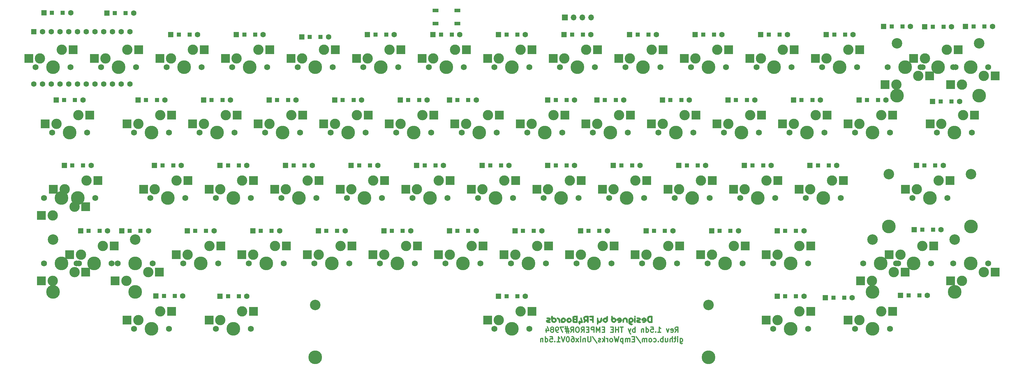
<source format=gbr>
%TF.GenerationSoftware,KiCad,Pcbnew,(6.0.7)*%
%TF.CreationDate,2022-08-27T10:35:01+05:30*%
%TF.ProjectId,unix60pcb,756e6978-3630-4706-9362-2e6b69636164,rev?*%
%TF.SameCoordinates,Original*%
%TF.FileFunction,Soldermask,Bot*%
%TF.FilePolarity,Negative*%
%FSLAX46Y46*%
G04 Gerber Fmt 4.6, Leading zero omitted, Abs format (unit mm)*
G04 Created by KiCad (PCBNEW (6.0.7)) date 2022-08-27 10:35:01*
%MOMM*%
%LPD*%
G01*
G04 APERTURE LIST*
%ADD10C,0.300000*%
%ADD11C,0.010000*%
%ADD12R,2.550000X2.500000*%
%ADD13C,1.750000*%
%ADD14C,3.000000*%
%ADD15C,3.987800*%
%ADD16C,3.048000*%
%ADD17C,1.600000*%
%ADD18R,1.600000X1.600000*%
%ADD19R,1.200000X1.200000*%
%ADD20R,1.700000X1.700000*%
%ADD21O,1.700000X1.700000*%
%ADD22R,1.700000X1.000000*%
G04 APERTURE END LIST*
D10*
X203658365Y-100421934D02*
X203658365Y-101636220D01*
X203729794Y-101779077D01*
X203801222Y-101850505D01*
X203944080Y-101921934D01*
X204158365Y-101921934D01*
X204301222Y-101850505D01*
X203658365Y-101350505D02*
X203801222Y-101421934D01*
X204086937Y-101421934D01*
X204229794Y-101350505D01*
X204301222Y-101279077D01*
X204372651Y-101136220D01*
X204372651Y-100707648D01*
X204301222Y-100564791D01*
X204229794Y-100493363D01*
X204086937Y-100421934D01*
X203801222Y-100421934D01*
X203658365Y-100493363D01*
X202944080Y-101421934D02*
X202944080Y-100421934D01*
X202944080Y-99921934D02*
X203015508Y-99993363D01*
X202944080Y-100064791D01*
X202872651Y-99993363D01*
X202944080Y-99921934D01*
X202944080Y-100064791D01*
X202444080Y-100421934D02*
X201872651Y-100421934D01*
X202229794Y-99921934D02*
X202229794Y-101207648D01*
X202158365Y-101350505D01*
X202015508Y-101421934D01*
X201872651Y-101421934D01*
X201372651Y-101421934D02*
X201372651Y-99921934D01*
X200729794Y-101421934D02*
X200729794Y-100636220D01*
X200801222Y-100493363D01*
X200944080Y-100421934D01*
X201158365Y-100421934D01*
X201301222Y-100493363D01*
X201372651Y-100564791D01*
X199372651Y-100421934D02*
X199372651Y-101421934D01*
X200015508Y-100421934D02*
X200015508Y-101207648D01*
X199944080Y-101350505D01*
X199801222Y-101421934D01*
X199586937Y-101421934D01*
X199444080Y-101350505D01*
X199372651Y-101279077D01*
X198658365Y-101421934D02*
X198658365Y-99921934D01*
X198658365Y-100493363D02*
X198515508Y-100421934D01*
X198229794Y-100421934D01*
X198086937Y-100493363D01*
X198015508Y-100564791D01*
X197944080Y-100707648D01*
X197944080Y-101136220D01*
X198015508Y-101279077D01*
X198086937Y-101350505D01*
X198229794Y-101421934D01*
X198515508Y-101421934D01*
X198658365Y-101350505D01*
X197301222Y-101279077D02*
X197229794Y-101350505D01*
X197301222Y-101421934D01*
X197372651Y-101350505D01*
X197301222Y-101279077D01*
X197301222Y-101421934D01*
X195944080Y-101350505D02*
X196086937Y-101421934D01*
X196372651Y-101421934D01*
X196515508Y-101350505D01*
X196586937Y-101279077D01*
X196658365Y-101136220D01*
X196658365Y-100707648D01*
X196586937Y-100564791D01*
X196515508Y-100493363D01*
X196372651Y-100421934D01*
X196086937Y-100421934D01*
X195944080Y-100493363D01*
X195086937Y-101421934D02*
X195229794Y-101350505D01*
X195301222Y-101279077D01*
X195372651Y-101136220D01*
X195372651Y-100707648D01*
X195301222Y-100564791D01*
X195229794Y-100493363D01*
X195086937Y-100421934D01*
X194872651Y-100421934D01*
X194729794Y-100493363D01*
X194658365Y-100564791D01*
X194586937Y-100707648D01*
X194586937Y-101136220D01*
X194658365Y-101279077D01*
X194729794Y-101350505D01*
X194872651Y-101421934D01*
X195086937Y-101421934D01*
X193944080Y-101421934D02*
X193944080Y-100421934D01*
X193944080Y-100564791D02*
X193872651Y-100493363D01*
X193729794Y-100421934D01*
X193515508Y-100421934D01*
X193372651Y-100493363D01*
X193301222Y-100636220D01*
X193301222Y-101421934D01*
X193301222Y-100636220D02*
X193229794Y-100493363D01*
X193086937Y-100421934D01*
X192872651Y-100421934D01*
X192729794Y-100493363D01*
X192658365Y-100636220D01*
X192658365Y-101421934D01*
X190872651Y-99850505D02*
X192158365Y-101779077D01*
X190372651Y-100636220D02*
X189872651Y-100636220D01*
X189658365Y-101421934D02*
X190372651Y-101421934D01*
X190372651Y-99921934D01*
X189658365Y-99921934D01*
X189015508Y-101421934D02*
X189015508Y-100421934D01*
X189015508Y-100564791D02*
X188944080Y-100493363D01*
X188801222Y-100421934D01*
X188586937Y-100421934D01*
X188444080Y-100493363D01*
X188372651Y-100636220D01*
X188372651Y-101421934D01*
X188372651Y-100636220D02*
X188301222Y-100493363D01*
X188158365Y-100421934D01*
X187944080Y-100421934D01*
X187801222Y-100493363D01*
X187729794Y-100636220D01*
X187729794Y-101421934D01*
X187015508Y-100421934D02*
X187015508Y-101921934D01*
X187015508Y-100493363D02*
X186872651Y-100421934D01*
X186586937Y-100421934D01*
X186444080Y-100493363D01*
X186372651Y-100564791D01*
X186301222Y-100707648D01*
X186301222Y-101136220D01*
X186372651Y-101279077D01*
X186444080Y-101350505D01*
X186586937Y-101421934D01*
X186872651Y-101421934D01*
X187015508Y-101350505D01*
X185801222Y-99921934D02*
X185444080Y-101421934D01*
X185158365Y-100350505D01*
X184872651Y-101421934D01*
X184515508Y-99921934D01*
X183729794Y-101421934D02*
X183872651Y-101350505D01*
X183944080Y-101279077D01*
X184015508Y-101136220D01*
X184015508Y-100707648D01*
X183944080Y-100564791D01*
X183872651Y-100493363D01*
X183729794Y-100421934D01*
X183515508Y-100421934D01*
X183372651Y-100493363D01*
X183301222Y-100564791D01*
X183229794Y-100707648D01*
X183229794Y-101136220D01*
X183301222Y-101279077D01*
X183372651Y-101350505D01*
X183515508Y-101421934D01*
X183729794Y-101421934D01*
X182586937Y-101421934D02*
X182586937Y-100421934D01*
X182586937Y-100707648D02*
X182515508Y-100564791D01*
X182444080Y-100493363D01*
X182301222Y-100421934D01*
X182158365Y-100421934D01*
X181658365Y-101421934D02*
X181658365Y-99921934D01*
X181515508Y-100850505D02*
X181086937Y-101421934D01*
X181086937Y-100421934D02*
X181658365Y-100993363D01*
X180515508Y-101350505D02*
X180372651Y-101421934D01*
X180086937Y-101421934D01*
X179944080Y-101350505D01*
X179872651Y-101207648D01*
X179872651Y-101136220D01*
X179944080Y-100993363D01*
X180086937Y-100921934D01*
X180301222Y-100921934D01*
X180444080Y-100850505D01*
X180515508Y-100707648D01*
X180515508Y-100636220D01*
X180444080Y-100493363D01*
X180301222Y-100421934D01*
X180086937Y-100421934D01*
X179944080Y-100493363D01*
X178158365Y-99850505D02*
X179444080Y-101779077D01*
X177658365Y-99921934D02*
X177658365Y-101136220D01*
X177586937Y-101279077D01*
X177515508Y-101350505D01*
X177372651Y-101421934D01*
X177086937Y-101421934D01*
X176944080Y-101350505D01*
X176872651Y-101279077D01*
X176801222Y-101136220D01*
X176801222Y-99921934D01*
X176086937Y-100421934D02*
X176086937Y-101421934D01*
X176086937Y-100564791D02*
X176015508Y-100493363D01*
X175872651Y-100421934D01*
X175658365Y-100421934D01*
X175515508Y-100493363D01*
X175444080Y-100636220D01*
X175444080Y-101421934D01*
X174729794Y-101421934D02*
X174729794Y-100421934D01*
X174729794Y-99921934D02*
X174801222Y-99993363D01*
X174729794Y-100064791D01*
X174658365Y-99993363D01*
X174729794Y-99921934D01*
X174729794Y-100064791D01*
X174158365Y-101421934D02*
X173372651Y-100421934D01*
X174158365Y-100421934D02*
X173372651Y-101421934D01*
X172158365Y-99921934D02*
X172444080Y-99921934D01*
X172586937Y-99993363D01*
X172658365Y-100064791D01*
X172801222Y-100279077D01*
X172872651Y-100564791D01*
X172872651Y-101136220D01*
X172801222Y-101279077D01*
X172729794Y-101350505D01*
X172586937Y-101421934D01*
X172301222Y-101421934D01*
X172158365Y-101350505D01*
X172086937Y-101279077D01*
X172015508Y-101136220D01*
X172015508Y-100779077D01*
X172086937Y-100636220D01*
X172158365Y-100564791D01*
X172301222Y-100493363D01*
X172586937Y-100493363D01*
X172729794Y-100564791D01*
X172801222Y-100636220D01*
X172872651Y-100779077D01*
X171086937Y-99921934D02*
X170944080Y-99921934D01*
X170801222Y-99993363D01*
X170729794Y-100064791D01*
X170658365Y-100207648D01*
X170586937Y-100493363D01*
X170586937Y-100850505D01*
X170658365Y-101136220D01*
X170729794Y-101279077D01*
X170801222Y-101350505D01*
X170944080Y-101421934D01*
X171086937Y-101421934D01*
X171229794Y-101350505D01*
X171301222Y-101279077D01*
X171372651Y-101136220D01*
X171444080Y-100850505D01*
X171444080Y-100493363D01*
X171372651Y-100207648D01*
X171301222Y-100064791D01*
X171229794Y-99993363D01*
X171086937Y-99921934D01*
X170158365Y-99921934D02*
X169658365Y-101421934D01*
X169158365Y-99921934D01*
X167872651Y-101421934D02*
X168729794Y-101421934D01*
X168301222Y-101421934D02*
X168301222Y-99921934D01*
X168444080Y-100136220D01*
X168586937Y-100279077D01*
X168729794Y-100350505D01*
X167229794Y-101279077D02*
X167158365Y-101350505D01*
X167229794Y-101421934D01*
X167301222Y-101350505D01*
X167229794Y-101279077D01*
X167229794Y-101421934D01*
X165801222Y-99921934D02*
X166515508Y-99921934D01*
X166586937Y-100636220D01*
X166515508Y-100564791D01*
X166372651Y-100493363D01*
X166015508Y-100493363D01*
X165872651Y-100564791D01*
X165801222Y-100636220D01*
X165729794Y-100779077D01*
X165729794Y-101136220D01*
X165801222Y-101279077D01*
X165872651Y-101350505D01*
X166015508Y-101421934D01*
X166372651Y-101421934D01*
X166515508Y-101350505D01*
X166586937Y-101279077D01*
X164444080Y-101421934D02*
X164444080Y-99921934D01*
X164444080Y-101350505D02*
X164586937Y-101421934D01*
X164872651Y-101421934D01*
X165015508Y-101350505D01*
X165086937Y-101279077D01*
X165158365Y-101136220D01*
X165158365Y-100707648D01*
X165086937Y-100564791D01*
X165015508Y-100493363D01*
X164872651Y-100421934D01*
X164586937Y-100421934D01*
X164444080Y-100493363D01*
X163729794Y-100421934D02*
X163729794Y-101421934D01*
X163729794Y-100564791D02*
X163658365Y-100493363D01*
X163515508Y-100421934D01*
X163301222Y-100421934D01*
X163158365Y-100493363D01*
X163086937Y-100636220D01*
X163086937Y-101421934D01*
X202179328Y-98603191D02*
X202679328Y-97888905D01*
X203036471Y-98603191D02*
X203036471Y-97103191D01*
X202465042Y-97103191D01*
X202322185Y-97174620D01*
X202250757Y-97246048D01*
X202179328Y-97388905D01*
X202179328Y-97603191D01*
X202250757Y-97746048D01*
X202322185Y-97817477D01*
X202465042Y-97888905D01*
X203036471Y-97888905D01*
X200965042Y-98531762D02*
X201107900Y-98603191D01*
X201393614Y-98603191D01*
X201536471Y-98531762D01*
X201607900Y-98388905D01*
X201607900Y-97817477D01*
X201536471Y-97674620D01*
X201393614Y-97603191D01*
X201107900Y-97603191D01*
X200965042Y-97674620D01*
X200893614Y-97817477D01*
X200893614Y-97960334D01*
X201607900Y-98103191D01*
X200393614Y-97603191D02*
X200036471Y-98603191D01*
X199679328Y-97603191D01*
X197179328Y-98603191D02*
X198036471Y-98603191D01*
X197607900Y-98603191D02*
X197607900Y-97103191D01*
X197750757Y-97317477D01*
X197893614Y-97460334D01*
X198036471Y-97531762D01*
X196536471Y-98460334D02*
X196465042Y-98531762D01*
X196536471Y-98603191D01*
X196607900Y-98531762D01*
X196536471Y-98460334D01*
X196536471Y-98603191D01*
X195107900Y-97103191D02*
X195822185Y-97103191D01*
X195893614Y-97817477D01*
X195822185Y-97746048D01*
X195679328Y-97674620D01*
X195322185Y-97674620D01*
X195179328Y-97746048D01*
X195107900Y-97817477D01*
X195036471Y-97960334D01*
X195036471Y-98317477D01*
X195107900Y-98460334D01*
X195179328Y-98531762D01*
X195322185Y-98603191D01*
X195679328Y-98603191D01*
X195822185Y-98531762D01*
X195893614Y-98460334D01*
X193750757Y-98603191D02*
X193750757Y-97103191D01*
X193750757Y-98531762D02*
X193893614Y-98603191D01*
X194179328Y-98603191D01*
X194322185Y-98531762D01*
X194393614Y-98460334D01*
X194465042Y-98317477D01*
X194465042Y-97888905D01*
X194393614Y-97746048D01*
X194322185Y-97674620D01*
X194179328Y-97603191D01*
X193893614Y-97603191D01*
X193750757Y-97674620D01*
X193036471Y-97603191D02*
X193036471Y-98603191D01*
X193036471Y-97746048D02*
X192965042Y-97674620D01*
X192822185Y-97603191D01*
X192607900Y-97603191D01*
X192465042Y-97674620D01*
X192393614Y-97817477D01*
X192393614Y-98603191D01*
X190536471Y-98603191D02*
X190536471Y-97103191D01*
X190536471Y-97674620D02*
X190393614Y-97603191D01*
X190107900Y-97603191D01*
X189965042Y-97674620D01*
X189893614Y-97746048D01*
X189822185Y-97888905D01*
X189822185Y-98317477D01*
X189893614Y-98460334D01*
X189965042Y-98531762D01*
X190107900Y-98603191D01*
X190393614Y-98603191D01*
X190536471Y-98531762D01*
X189322185Y-97603191D02*
X188965042Y-98603191D01*
X188607900Y-97603191D02*
X188965042Y-98603191D01*
X189107900Y-98960334D01*
X189179328Y-99031762D01*
X189322185Y-99103191D01*
X187107900Y-97103191D02*
X186250757Y-97103191D01*
X186679328Y-98603191D02*
X186679328Y-97103191D01*
X185750757Y-98603191D02*
X185750757Y-97103191D01*
X185750757Y-97817477D02*
X184893614Y-97817477D01*
X184893614Y-98603191D02*
X184893614Y-97103191D01*
X184179328Y-97817477D02*
X183679328Y-97817477D01*
X183465042Y-98603191D02*
X184179328Y-98603191D01*
X184179328Y-97103191D01*
X183465042Y-97103191D01*
X181679328Y-97817477D02*
X181179328Y-97817477D01*
X180965042Y-98603191D02*
X181679328Y-98603191D01*
X181679328Y-97103191D01*
X180965042Y-97103191D01*
X180322185Y-98603191D02*
X180322185Y-97103191D01*
X179822185Y-98174620D01*
X179322185Y-97103191D01*
X179322185Y-98603191D01*
X178607900Y-98603191D02*
X178607900Y-97103191D01*
X178036471Y-97103191D01*
X177893614Y-97174620D01*
X177822185Y-97246048D01*
X177750757Y-97388905D01*
X177750757Y-97603191D01*
X177822185Y-97746048D01*
X177893614Y-97817477D01*
X178036471Y-97888905D01*
X178607900Y-97888905D01*
X177107900Y-97817477D02*
X176607900Y-97817477D01*
X176393614Y-98603191D02*
X177107900Y-98603191D01*
X177107900Y-97103191D01*
X176393614Y-97103191D01*
X174893614Y-98603191D02*
X175393614Y-97888905D01*
X175750757Y-98603191D02*
X175750757Y-97103191D01*
X175179328Y-97103191D01*
X175036471Y-97174620D01*
X174965042Y-97246048D01*
X174893614Y-97388905D01*
X174893614Y-97603191D01*
X174965042Y-97746048D01*
X175036471Y-97817477D01*
X175179328Y-97888905D01*
X175750757Y-97888905D01*
X173965042Y-97103191D02*
X173679328Y-97103191D01*
X173536471Y-97174620D01*
X173393614Y-97317477D01*
X173322185Y-97603191D01*
X173322185Y-98103191D01*
X173393614Y-98388905D01*
X173536471Y-98531762D01*
X173679328Y-98603191D01*
X173965042Y-98603191D01*
X174107900Y-98531762D01*
X174250757Y-98388905D01*
X174322185Y-98103191D01*
X174322185Y-97603191D01*
X174250757Y-97317477D01*
X174107900Y-97174620D01*
X173965042Y-97103191D01*
X171822185Y-98603191D02*
X172322185Y-97888905D01*
X172679328Y-98603191D02*
X172679328Y-97103191D01*
X172107900Y-97103191D01*
X171965042Y-97174620D01*
X171893614Y-97246048D01*
X171822185Y-97388905D01*
X171822185Y-97603191D01*
X171893614Y-97746048D01*
X171965042Y-97817477D01*
X172107900Y-97888905D01*
X172679328Y-97888905D01*
X171250757Y-97603191D02*
X170179328Y-97603191D01*
X170822185Y-96960334D02*
X171250757Y-98888905D01*
X170322185Y-98246048D02*
X171393614Y-98246048D01*
X170750757Y-98888905D02*
X170322185Y-96960334D01*
X169822185Y-97103191D02*
X168822185Y-97103191D01*
X169465042Y-98603191D01*
X168179328Y-98603191D02*
X167893614Y-98603191D01*
X167750757Y-98531762D01*
X167679328Y-98460334D01*
X167536471Y-98246048D01*
X167465042Y-97960334D01*
X167465042Y-97388905D01*
X167536471Y-97246048D01*
X167607900Y-97174620D01*
X167750757Y-97103191D01*
X168036471Y-97103191D01*
X168179328Y-97174620D01*
X168250757Y-97246048D01*
X168322185Y-97388905D01*
X168322185Y-97746048D01*
X168250757Y-97888905D01*
X168179328Y-97960334D01*
X168036471Y-98031762D01*
X167750757Y-98031762D01*
X167607900Y-97960334D01*
X167536471Y-97888905D01*
X167465042Y-97746048D01*
X166607900Y-97746048D02*
X166750757Y-97674620D01*
X166822185Y-97603191D01*
X166893614Y-97460334D01*
X166893614Y-97388905D01*
X166822185Y-97246048D01*
X166750757Y-97174620D01*
X166607900Y-97103191D01*
X166322185Y-97103191D01*
X166179328Y-97174620D01*
X166107900Y-97246048D01*
X166036471Y-97388905D01*
X166036471Y-97460334D01*
X166107900Y-97603191D01*
X166179328Y-97674620D01*
X166322185Y-97746048D01*
X166607900Y-97746048D01*
X166750757Y-97817477D01*
X166822185Y-97888905D01*
X166893614Y-98031762D01*
X166893614Y-98317477D01*
X166822185Y-98460334D01*
X166750757Y-98531762D01*
X166607900Y-98603191D01*
X166322185Y-98603191D01*
X166179328Y-98531762D01*
X166107900Y-98460334D01*
X166036471Y-98317477D01*
X166036471Y-98031762D01*
X166107900Y-97888905D01*
X166179328Y-97817477D01*
X166322185Y-97746048D01*
X164750757Y-97603191D02*
X164750757Y-98603191D01*
X165107900Y-97031762D02*
X165465042Y-98103191D01*
X164536471Y-98103191D01*
%TO.C,G\u002A\u002A\u002A*%
G36*
X189907166Y-95584798D02*
G01*
X189652676Y-95758979D01*
X189311832Y-95798010D01*
X189249401Y-95793294D01*
X189055448Y-95806550D01*
X189010602Y-95859651D01*
X189110214Y-95928899D01*
X189349632Y-95990599D01*
X189620085Y-96060485D01*
X189790053Y-96185602D01*
X189797231Y-96356483D01*
X189793326Y-96365335D01*
X189670559Y-96444675D01*
X189452502Y-96458674D01*
X189192036Y-96415676D01*
X188942045Y-96324029D01*
X188755411Y-96192076D01*
X188752174Y-96188543D01*
X188660244Y-96064198D01*
X188609325Y-95912561D01*
X188590560Y-95686489D01*
X188595092Y-95338842D01*
X188598833Y-95228725D01*
X188612647Y-95008240D01*
X189019302Y-95008240D01*
X189063207Y-95220367D01*
X189103061Y-95279394D01*
X189289628Y-95377972D01*
X189550040Y-95333627D01*
X189583594Y-95312195D01*
X189647578Y-95169113D01*
X189638021Y-94976533D01*
X189554274Y-94813967D01*
X189429791Y-94732576D01*
X189244723Y-94729479D01*
X189093850Y-94832989D01*
X189019302Y-95008240D01*
X188612647Y-95008240D01*
X188617759Y-94926639D01*
X188655768Y-94733543D01*
X188726628Y-94602260D01*
X188844110Y-94485616D01*
X188947658Y-94408679D01*
X189256235Y-94294893D01*
X189559119Y-94321845D01*
X189820601Y-94472428D01*
X190004969Y-94729531D01*
X190076514Y-95076049D01*
X190066206Y-95169113D01*
X190051988Y-95297482D01*
X189907166Y-95584798D01*
G37*
D11*
X189907166Y-95584798D02*
X189652676Y-95758979D01*
X189311832Y-95798010D01*
X189249401Y-95793294D01*
X189055448Y-95806550D01*
X189010602Y-95859651D01*
X189110214Y-95928899D01*
X189349632Y-95990599D01*
X189620085Y-96060485D01*
X189790053Y-96185602D01*
X189797231Y-96356483D01*
X189793326Y-96365335D01*
X189670559Y-96444675D01*
X189452502Y-96458674D01*
X189192036Y-96415676D01*
X188942045Y-96324029D01*
X188755411Y-96192076D01*
X188752174Y-96188543D01*
X188660244Y-96064198D01*
X188609325Y-95912561D01*
X188590560Y-95686489D01*
X188595092Y-95338842D01*
X188598833Y-95228725D01*
X188612647Y-95008240D01*
X189019302Y-95008240D01*
X189063207Y-95220367D01*
X189103061Y-95279394D01*
X189289628Y-95377972D01*
X189550040Y-95333627D01*
X189583594Y-95312195D01*
X189647578Y-95169113D01*
X189638021Y-94976533D01*
X189554274Y-94813967D01*
X189429791Y-94732576D01*
X189244723Y-94729479D01*
X189093850Y-94832989D01*
X189019302Y-95008240D01*
X188612647Y-95008240D01*
X188617759Y-94926639D01*
X188655768Y-94733543D01*
X188726628Y-94602260D01*
X188844110Y-94485616D01*
X188947658Y-94408679D01*
X189256235Y-94294893D01*
X189559119Y-94321845D01*
X189820601Y-94472428D01*
X190004969Y-94729531D01*
X190076514Y-95076049D01*
X190066206Y-95169113D01*
X190051988Y-95297482D01*
X189907166Y-95584798D01*
G36*
X180784919Y-94337483D02*
G01*
X180856985Y-94393942D01*
X180896294Y-94541960D01*
X180918332Y-94820422D01*
X180925850Y-95042119D01*
X180905902Y-95250778D01*
X180831872Y-95404801D01*
X180683036Y-95570230D01*
X180535495Y-95703161D01*
X180350973Y-95794127D01*
X180128411Y-95796677D01*
X180001184Y-95786374D01*
X179869128Y-95811585D01*
X179834540Y-95907777D01*
X179829625Y-95981569D01*
X179781554Y-96191265D01*
X179734120Y-96258905D01*
X179591054Y-96302864D01*
X179534734Y-96273377D01*
X179493397Y-96186321D01*
X179468670Y-96014494D01*
X179456677Y-95729732D01*
X179453540Y-95303874D01*
X179453918Y-95067523D01*
X179458691Y-94726068D01*
X179472982Y-94510389D01*
X179501782Y-94391823D01*
X179550082Y-94341703D01*
X179622874Y-94331367D01*
X179663872Y-94333901D01*
X179749425Y-94381591D01*
X179800247Y-94519997D01*
X179834540Y-94788423D01*
X179889241Y-95085523D01*
X180008138Y-95325148D01*
X180157281Y-95415250D01*
X180309239Y-95355830D01*
X180436580Y-95146888D01*
X180511874Y-94788423D01*
X180523004Y-94678396D01*
X180560956Y-94459399D01*
X180621734Y-94356824D01*
X180723540Y-94331367D01*
X180784919Y-94337483D01*
G37*
X180784919Y-94337483D02*
X180856985Y-94393942D01*
X180896294Y-94541960D01*
X180918332Y-94820422D01*
X180925850Y-95042119D01*
X180905902Y-95250778D01*
X180831872Y-95404801D01*
X180683036Y-95570230D01*
X180535495Y-95703161D01*
X180350973Y-95794127D01*
X180128411Y-95796677D01*
X180001184Y-95786374D01*
X179869128Y-95811585D01*
X179834540Y-95907777D01*
X179829625Y-95981569D01*
X179781554Y-96191265D01*
X179734120Y-96258905D01*
X179591054Y-96302864D01*
X179534734Y-96273377D01*
X179493397Y-96186321D01*
X179468670Y-96014494D01*
X179456677Y-95729732D01*
X179453540Y-95303874D01*
X179453918Y-95067523D01*
X179458691Y-94726068D01*
X179472982Y-94510389D01*
X179501782Y-94391823D01*
X179550082Y-94341703D01*
X179622874Y-94331367D01*
X179663872Y-94333901D01*
X179749425Y-94381591D01*
X179800247Y-94519997D01*
X179834540Y-94788423D01*
X179889241Y-95085523D01*
X180008138Y-95325148D01*
X180157281Y-95415250D01*
X180309239Y-95355830D01*
X180436580Y-95146888D01*
X180511874Y-94788423D01*
X180523004Y-94678396D01*
X180560956Y-94459399D01*
X180621734Y-94356824D01*
X180723540Y-94331367D01*
X180784919Y-94337483D01*
G36*
X174865601Y-94313535D02*
G01*
X174887816Y-94329021D01*
X174977388Y-94470300D01*
X175080894Y-94712380D01*
X175182267Y-95005609D01*
X175265436Y-95300334D01*
X175314335Y-95546903D01*
X175312894Y-95695665D01*
X175309666Y-95702946D01*
X175182217Y-95783801D01*
X174926531Y-95813034D01*
X174912855Y-95813050D01*
X174699607Y-95826452D01*
X174606002Y-95883263D01*
X174585207Y-96010589D01*
X174572749Y-96143775D01*
X174525836Y-96267516D01*
X174408895Y-96313298D01*
X174263445Y-96255135D01*
X174179648Y-96108395D01*
X174144168Y-95967756D01*
X174056964Y-95746597D01*
X174023013Y-95668276D01*
X174021858Y-95526013D01*
X174143059Y-95370885D01*
X174245622Y-95277903D01*
X174372199Y-95236342D01*
X174539810Y-95303394D01*
X174702761Y-95368591D01*
X174805372Y-95367090D01*
X174813678Y-95310853D01*
X174783242Y-95130175D01*
X174711503Y-94879582D01*
X174655462Y-94682888D01*
X174631505Y-94429233D01*
X174702233Y-94303610D01*
X174865601Y-94313535D01*
G37*
X174865601Y-94313535D02*
X174887816Y-94329021D01*
X174977388Y-94470300D01*
X175080894Y-94712380D01*
X175182267Y-95005609D01*
X175265436Y-95300334D01*
X175314335Y-95546903D01*
X175312894Y-95695665D01*
X175309666Y-95702946D01*
X175182217Y-95783801D01*
X174926531Y-95813034D01*
X174912855Y-95813050D01*
X174699607Y-95826452D01*
X174606002Y-95883263D01*
X174585207Y-96010589D01*
X174572749Y-96143775D01*
X174525836Y-96267516D01*
X174408895Y-96313298D01*
X174263445Y-96255135D01*
X174179648Y-96108395D01*
X174144168Y-95967756D01*
X174056964Y-95746597D01*
X174023013Y-95668276D01*
X174021858Y-95526013D01*
X174143059Y-95370885D01*
X174245622Y-95277903D01*
X174372199Y-95236342D01*
X174539810Y-95303394D01*
X174702761Y-95368591D01*
X174805372Y-95367090D01*
X174813678Y-95310853D01*
X174783242Y-95130175D01*
X174711503Y-94879582D01*
X174655462Y-94682888D01*
X174631505Y-94429233D01*
X174702233Y-94303610D01*
X174865601Y-94313535D01*
G36*
X195568873Y-95419770D02*
G01*
X195551233Y-95650560D01*
X195526096Y-95756589D01*
X195458991Y-95780012D01*
X195260292Y-95803813D01*
X194988126Y-95813034D01*
X194957633Y-95812953D01*
X194657780Y-95794997D01*
X194454632Y-95732252D01*
X194282570Y-95605410D01*
X194276477Y-95599743D01*
X194159710Y-95472426D01*
X194093985Y-95330553D01*
X194065022Y-95122597D01*
X194058540Y-94797034D01*
X194058540Y-94797033D01*
X194481874Y-94797033D01*
X194485834Y-94908485D01*
X194521935Y-95146461D01*
X194583474Y-95288100D01*
X194710591Y-95355391D01*
X194922141Y-95389700D01*
X195001547Y-95388482D01*
X195092694Y-95365290D01*
X195139500Y-95283618D01*
X195156744Y-95106517D01*
X195159207Y-94797034D01*
X195158720Y-94598517D01*
X195149443Y-94370649D01*
X195116774Y-94253636D01*
X195045934Y-94210525D01*
X194922141Y-94204367D01*
X194817300Y-94210150D01*
X194618598Y-94287551D01*
X194512966Y-94474864D01*
X194481874Y-94797033D01*
X194058540Y-94797033D01*
X194058548Y-94780686D01*
X194065671Y-94460966D01*
X194095863Y-94256739D01*
X194163402Y-94116478D01*
X194282570Y-93988657D01*
X194302856Y-93970204D01*
X194473477Y-93852456D01*
X194681931Y-93795726D01*
X194993179Y-93781034D01*
X195267396Y-93791344D01*
X195450822Y-93833083D01*
X195531149Y-93914958D01*
X195540345Y-93948850D01*
X195562020Y-94137256D01*
X195575589Y-94422963D01*
X195581172Y-94761559D01*
X195580939Y-94797034D01*
X195578893Y-95108632D01*
X195568873Y-95419770D01*
G37*
X195568873Y-95419770D02*
X195551233Y-95650560D01*
X195526096Y-95756589D01*
X195458991Y-95780012D01*
X195260292Y-95803813D01*
X194988126Y-95813034D01*
X194957633Y-95812953D01*
X194657780Y-95794997D01*
X194454632Y-95732252D01*
X194282570Y-95605410D01*
X194276477Y-95599743D01*
X194159710Y-95472426D01*
X194093985Y-95330553D01*
X194065022Y-95122597D01*
X194058540Y-94797034D01*
X194058540Y-94797033D01*
X194481874Y-94797033D01*
X194485834Y-94908485D01*
X194521935Y-95146461D01*
X194583474Y-95288100D01*
X194710591Y-95355391D01*
X194922141Y-95389700D01*
X195001547Y-95388482D01*
X195092694Y-95365290D01*
X195139500Y-95283618D01*
X195156744Y-95106517D01*
X195159207Y-94797034D01*
X195158720Y-94598517D01*
X195149443Y-94370649D01*
X195116774Y-94253636D01*
X195045934Y-94210525D01*
X194922141Y-94204367D01*
X194817300Y-94210150D01*
X194618598Y-94287551D01*
X194512966Y-94474864D01*
X194481874Y-94797033D01*
X194058540Y-94797033D01*
X194058548Y-94780686D01*
X194065671Y-94460966D01*
X194095863Y-94256739D01*
X194163402Y-94116478D01*
X194282570Y-93988657D01*
X194302856Y-93970204D01*
X194473477Y-93852456D01*
X194681931Y-93795726D01*
X194993179Y-93781034D01*
X195267396Y-93791344D01*
X195450822Y-93833083D01*
X195531149Y-93914958D01*
X195540345Y-93948850D01*
X195562020Y-94137256D01*
X195575589Y-94422963D01*
X195581172Y-94761559D01*
X195580939Y-94797034D01*
X195578893Y-95108632D01*
X195568873Y-95419770D01*
G36*
X193847511Y-95269157D02*
G01*
X193641720Y-95565546D01*
X193627942Y-95579069D01*
X193336582Y-95768032D01*
X193029845Y-95808508D01*
X192744419Y-95695195D01*
X192703813Y-95664122D01*
X192631870Y-95561959D01*
X192695591Y-95442014D01*
X192786534Y-95370785D01*
X193005083Y-95356156D01*
X193148633Y-95371403D01*
X193312895Y-95334171D01*
X193321570Y-95297506D01*
X193192150Y-95254666D01*
X192915540Y-95220367D01*
X192648535Y-95193266D01*
X192484729Y-95152878D01*
X192409738Y-95080843D01*
X192381844Y-94956538D01*
X192378719Y-94909952D01*
X192409084Y-94801063D01*
X192913294Y-94801063D01*
X192955104Y-94859155D01*
X193127207Y-94881700D01*
X193139724Y-94881622D01*
X193305452Y-94856698D01*
X193338874Y-94797034D01*
X193287202Y-94752408D01*
X193127207Y-94712367D01*
X193035312Y-94725168D01*
X192915540Y-94797034D01*
X192913294Y-94801063D01*
X192409084Y-94801063D01*
X192433355Y-94714028D01*
X192621174Y-94512038D01*
X192722628Y-94434749D01*
X193040024Y-94299969D01*
X193347357Y-94333916D01*
X193641720Y-94536521D01*
X193753256Y-94665840D01*
X193810659Y-94797034D01*
X193884689Y-94966230D01*
X193847511Y-95269157D01*
G37*
X193847511Y-95269157D02*
X193641720Y-95565546D01*
X193627942Y-95579069D01*
X193336582Y-95768032D01*
X193029845Y-95808508D01*
X192744419Y-95695195D01*
X192703813Y-95664122D01*
X192631870Y-95561959D01*
X192695591Y-95442014D01*
X192786534Y-95370785D01*
X193005083Y-95356156D01*
X193148633Y-95371403D01*
X193312895Y-95334171D01*
X193321570Y-95297506D01*
X193192150Y-95254666D01*
X192915540Y-95220367D01*
X192648535Y-95193266D01*
X192484729Y-95152878D01*
X192409738Y-95080843D01*
X192381844Y-94956538D01*
X192378719Y-94909952D01*
X192409084Y-94801063D01*
X192913294Y-94801063D01*
X192955104Y-94859155D01*
X193127207Y-94881700D01*
X193139724Y-94881622D01*
X193305452Y-94856698D01*
X193338874Y-94797034D01*
X193287202Y-94752408D01*
X193127207Y-94712367D01*
X193035312Y-94725168D01*
X192915540Y-94797034D01*
X192913294Y-94801063D01*
X192409084Y-94801063D01*
X192433355Y-94714028D01*
X192621174Y-94512038D01*
X192722628Y-94434749D01*
X193040024Y-94299969D01*
X193347357Y-94333916D01*
X193641720Y-94536521D01*
X193753256Y-94665840D01*
X193810659Y-94797034D01*
X193884689Y-94966230D01*
X193847511Y-95269157D01*
G36*
X191620028Y-94295758D02*
G01*
X191868798Y-94343681D01*
X192041040Y-94429156D01*
X192123529Y-94520704D01*
X192205093Y-94750232D01*
X192143052Y-94976669D01*
X191951752Y-95168620D01*
X191645540Y-95294688D01*
X191306874Y-95372690D01*
X191656340Y-95381195D01*
X191805206Y-95395132D01*
X192035008Y-95469564D01*
X192163158Y-95587159D01*
X192155833Y-95724658D01*
X192141164Y-95740618D01*
X191992888Y-95790705D01*
X191751219Y-95810447D01*
X191475420Y-95801143D01*
X191224750Y-95764094D01*
X191058473Y-95700597D01*
X190991145Y-95631673D01*
X190912945Y-95414709D01*
X190935388Y-95175851D01*
X191058473Y-94994136D01*
X191247646Y-94915175D01*
X191492389Y-94881700D01*
X191517441Y-94881362D01*
X191698415Y-94854256D01*
X191772540Y-94797034D01*
X191766704Y-94780987D01*
X191656538Y-94732066D01*
X191450807Y-94712367D01*
X191429413Y-94712211D01*
X191149063Y-94670540D01*
X190993956Y-94564043D01*
X190983882Y-94405716D01*
X190992165Y-94390108D01*
X191123950Y-94317691D01*
X191352492Y-94286668D01*
X191620028Y-94295758D01*
G37*
X191620028Y-94295758D02*
X191868798Y-94343681D01*
X192041040Y-94429156D01*
X192123529Y-94520704D01*
X192205093Y-94750232D01*
X192143052Y-94976669D01*
X191951752Y-95168620D01*
X191645540Y-95294688D01*
X191306874Y-95372690D01*
X191656340Y-95381195D01*
X191805206Y-95395132D01*
X192035008Y-95469564D01*
X192163158Y-95587159D01*
X192155833Y-95724658D01*
X192141164Y-95740618D01*
X191992888Y-95790705D01*
X191751219Y-95810447D01*
X191475420Y-95801143D01*
X191224750Y-95764094D01*
X191058473Y-95700597D01*
X190991145Y-95631673D01*
X190912945Y-95414709D01*
X190935388Y-95175851D01*
X191058473Y-94994136D01*
X191247646Y-94915175D01*
X191492389Y-94881700D01*
X191517441Y-94881362D01*
X191698415Y-94854256D01*
X191772540Y-94797034D01*
X191766704Y-94780987D01*
X191656538Y-94732066D01*
X191450807Y-94712367D01*
X191429413Y-94712211D01*
X191149063Y-94670540D01*
X190993956Y-94564043D01*
X190983882Y-94405716D01*
X190992165Y-94390108D01*
X191123950Y-94317691D01*
X191352492Y-94286668D01*
X191620028Y-94295758D01*
G36*
X190590277Y-94353802D02*
G01*
X190639825Y-94467539D01*
X190664916Y-94683192D01*
X190671874Y-95034265D01*
X190671501Y-95111130D01*
X190661935Y-95420415D01*
X190642069Y-95650602D01*
X190615429Y-95756589D01*
X190569515Y-95790871D01*
X190414920Y-95798959D01*
X190299932Y-95679109D01*
X190283678Y-95619725D01*
X190258078Y-95393008D01*
X190250705Y-95096210D01*
X190260360Y-94789050D01*
X190285844Y-94531250D01*
X190325959Y-94382529D01*
X190382830Y-94329791D01*
X190536329Y-94316372D01*
X190590277Y-94353802D01*
G37*
X190590277Y-94353802D02*
X190639825Y-94467539D01*
X190664916Y-94683192D01*
X190671874Y-95034265D01*
X190671501Y-95111130D01*
X190661935Y-95420415D01*
X190642069Y-95650602D01*
X190615429Y-95756589D01*
X190569515Y-95790871D01*
X190414920Y-95798959D01*
X190299932Y-95679109D01*
X190283678Y-95619725D01*
X190258078Y-95393008D01*
X190250705Y-95096210D01*
X190260360Y-94789050D01*
X190285844Y-94531250D01*
X190325959Y-94382529D01*
X190382830Y-94329791D01*
X190536329Y-94316372D01*
X190590277Y-94353802D01*
G36*
X188004410Y-94384964D02*
G01*
X188277348Y-94620363D01*
X188298171Y-94658117D01*
X188346007Y-94848348D01*
X188375374Y-95114226D01*
X188383656Y-95395128D01*
X188368238Y-95630433D01*
X188326502Y-95759516D01*
X188286578Y-95783220D01*
X188136002Y-95794060D01*
X188083067Y-95766068D01*
X188009129Y-95613384D01*
X187962540Y-95312910D01*
X187907852Y-95016186D01*
X187788944Y-94776796D01*
X187639790Y-94686876D01*
X187487826Y-94746398D01*
X187360487Y-94955330D01*
X187285207Y-95313644D01*
X187274077Y-95423671D01*
X187236125Y-95642668D01*
X187175347Y-95745243D01*
X187073540Y-95770700D01*
X187012162Y-95764584D01*
X186940096Y-95708125D01*
X186900787Y-95560107D01*
X186878749Y-95281645D01*
X186871345Y-95068970D01*
X186889881Y-94856591D01*
X186961132Y-94702330D01*
X187105070Y-94540812D01*
X187360283Y-94362798D01*
X187685765Y-94298230D01*
X188004410Y-94384964D01*
G37*
X188004410Y-94384964D02*
X188277348Y-94620363D01*
X188298171Y-94658117D01*
X188346007Y-94848348D01*
X188375374Y-95114226D01*
X188383656Y-95395128D01*
X188368238Y-95630433D01*
X188326502Y-95759516D01*
X188286578Y-95783220D01*
X188136002Y-95794060D01*
X188083067Y-95766068D01*
X188009129Y-95613384D01*
X187962540Y-95312910D01*
X187907852Y-95016186D01*
X187788944Y-94776796D01*
X187639790Y-94686876D01*
X187487826Y-94746398D01*
X187360487Y-94955330D01*
X187285207Y-95313644D01*
X187274077Y-95423671D01*
X187236125Y-95642668D01*
X187175347Y-95745243D01*
X187073540Y-95770700D01*
X187012162Y-95764584D01*
X186940096Y-95708125D01*
X186900787Y-95560107D01*
X186878749Y-95281645D01*
X186871345Y-95068970D01*
X186889881Y-94856591D01*
X186961132Y-94702330D01*
X187105070Y-94540812D01*
X187360283Y-94362798D01*
X187685765Y-94298230D01*
X188004410Y-94384964D01*
G36*
X186645563Y-95283514D02*
G01*
X186445053Y-95565546D01*
X186381034Y-95623145D01*
X186144003Y-95759194D01*
X185899564Y-95812988D01*
X185687888Y-95787099D01*
X185549148Y-95684097D01*
X185523514Y-95506555D01*
X185585530Y-95398103D01*
X185761440Y-95370712D01*
X185911065Y-95372148D01*
X186096636Y-95331785D01*
X186108192Y-95297457D01*
X185981082Y-95257645D01*
X185718874Y-95223774D01*
X185509055Y-95201806D01*
X185313913Y-95161651D01*
X185219167Y-95096100D01*
X185183746Y-94986982D01*
X185181465Y-94939989D01*
X185229893Y-94801063D01*
X185716628Y-94801063D01*
X185758437Y-94859155D01*
X185930540Y-94881700D01*
X185943057Y-94881622D01*
X186108785Y-94856698D01*
X186142207Y-94797034D01*
X186090535Y-94752408D01*
X185930540Y-94712367D01*
X185838645Y-94725168D01*
X185718874Y-94797034D01*
X185716628Y-94801063D01*
X185229893Y-94801063D01*
X185257795Y-94721020D01*
X185439387Y-94510282D01*
X185679287Y-94351659D01*
X185930540Y-94289033D01*
X186152156Y-94334307D01*
X186419937Y-94506363D01*
X186616281Y-94761488D01*
X186625643Y-94797034D01*
X186692540Y-95051034D01*
X186645563Y-95283514D01*
G37*
X186645563Y-95283514D02*
X186445053Y-95565546D01*
X186381034Y-95623145D01*
X186144003Y-95759194D01*
X185899564Y-95812988D01*
X185687888Y-95787099D01*
X185549148Y-95684097D01*
X185523514Y-95506555D01*
X185585530Y-95398103D01*
X185761440Y-95370712D01*
X185911065Y-95372148D01*
X186096636Y-95331785D01*
X186108192Y-95297457D01*
X185981082Y-95257645D01*
X185718874Y-95223774D01*
X185509055Y-95201806D01*
X185313913Y-95161651D01*
X185219167Y-95096100D01*
X185183746Y-94986982D01*
X185181465Y-94939989D01*
X185229893Y-94801063D01*
X185716628Y-94801063D01*
X185758437Y-94859155D01*
X185930540Y-94881700D01*
X185943057Y-94881622D01*
X186108785Y-94856698D01*
X186142207Y-94797034D01*
X186090535Y-94752408D01*
X185930540Y-94712367D01*
X185838645Y-94725168D01*
X185718874Y-94797034D01*
X185716628Y-94801063D01*
X185229893Y-94801063D01*
X185257795Y-94721020D01*
X185439387Y-94510282D01*
X185679287Y-94351659D01*
X185930540Y-94289033D01*
X186152156Y-94334307D01*
X186419937Y-94506363D01*
X186616281Y-94761488D01*
X186625643Y-94797034D01*
X186692540Y-95051034D01*
X186645563Y-95283514D01*
G36*
X184836387Y-95565546D02*
G01*
X184703762Y-95679580D01*
X184403924Y-95809149D01*
X184101380Y-95770015D01*
X183804018Y-95562204D01*
X183685031Y-95435467D01*
X183612077Y-95316220D01*
X183576631Y-95161503D01*
X183573255Y-95063417D01*
X183996174Y-95063417D01*
X184071249Y-95266767D01*
X184177302Y-95351078D01*
X184386084Y-95378571D01*
X184572498Y-95266767D01*
X184634442Y-95151746D01*
X184629845Y-94960361D01*
X184527488Y-94801687D01*
X184363425Y-94721158D01*
X184173707Y-94764208D01*
X184067358Y-94860220D01*
X183996174Y-95063417D01*
X183573255Y-95063417D01*
X183568551Y-94926743D01*
X183577698Y-94567370D01*
X183587377Y-94312042D01*
X183606095Y-94049548D01*
X183637389Y-93902248D01*
X183689718Y-93837676D01*
X183771540Y-93823367D01*
X183798195Y-93824439D01*
X183915745Y-93889165D01*
X183966102Y-94081058D01*
X183997937Y-94251925D01*
X184084359Y-94314099D01*
X184281139Y-94304916D01*
X184431151Y-94298552D01*
X184622865Y-94357173D01*
X184827411Y-94527545D01*
X184947984Y-94667746D01*
X185079621Y-94968884D01*
X185057051Y-95151746D01*
X185042439Y-95270136D01*
X184836387Y-95565546D01*
G37*
X184836387Y-95565546D02*
X184703762Y-95679580D01*
X184403924Y-95809149D01*
X184101380Y-95770015D01*
X183804018Y-95562204D01*
X183685031Y-95435467D01*
X183612077Y-95316220D01*
X183576631Y-95161503D01*
X183573255Y-95063417D01*
X183996174Y-95063417D01*
X184071249Y-95266767D01*
X184177302Y-95351078D01*
X184386084Y-95378571D01*
X184572498Y-95266767D01*
X184634442Y-95151746D01*
X184629845Y-94960361D01*
X184527488Y-94801687D01*
X184363425Y-94721158D01*
X184173707Y-94764208D01*
X184067358Y-94860220D01*
X183996174Y-95063417D01*
X183573255Y-95063417D01*
X183568551Y-94926743D01*
X183577698Y-94567370D01*
X183587377Y-94312042D01*
X183606095Y-94049548D01*
X183637389Y-93902248D01*
X183689718Y-93837676D01*
X183771540Y-93823367D01*
X183798195Y-93824439D01*
X183915745Y-93889165D01*
X183966102Y-94081058D01*
X183997937Y-94251925D01*
X184084359Y-94314099D01*
X184281139Y-94304916D01*
X184431151Y-94298552D01*
X184622865Y-94357173D01*
X184827411Y-94527545D01*
X184947984Y-94667746D01*
X185079621Y-94968884D01*
X185057051Y-95151746D01*
X185042439Y-95270136D01*
X184836387Y-95565546D01*
G36*
X182502225Y-95433602D02*
G01*
X182381053Y-95565546D01*
X182158438Y-95737476D01*
X181866540Y-95813034D01*
X181644925Y-95767760D01*
X181377144Y-95595704D01*
X181180800Y-95340579D01*
X181107801Y-95063417D01*
X181540841Y-95063417D01*
X181615916Y-95266767D01*
X181721968Y-95351078D01*
X181930751Y-95378571D01*
X182117165Y-95266767D01*
X182179108Y-95151746D01*
X182174511Y-94960361D01*
X182072155Y-94801687D01*
X181908091Y-94721158D01*
X181718374Y-94764208D01*
X181612024Y-94860220D01*
X181540841Y-95063417D01*
X181107801Y-95063417D01*
X181104540Y-95051034D01*
X181168111Y-94774793D01*
X181353441Y-94518601D01*
X181616148Y-94348303D01*
X181911337Y-94305390D01*
X182077679Y-94316721D01*
X182181310Y-94279375D01*
X182205207Y-94161966D01*
X182238450Y-93992005D01*
X182353648Y-93852762D01*
X182511858Y-93839041D01*
X182542595Y-93860490D01*
X182592877Y-93980039D01*
X182620258Y-94218581D01*
X182628540Y-94600938D01*
X182626884Y-94871759D01*
X182613251Y-95133049D01*
X182609160Y-95151746D01*
X182575661Y-95304883D01*
X182502225Y-95433602D01*
G37*
X182502225Y-95433602D02*
X182381053Y-95565546D01*
X182158438Y-95737476D01*
X181866540Y-95813034D01*
X181644925Y-95767760D01*
X181377144Y-95595704D01*
X181180800Y-95340579D01*
X181107801Y-95063417D01*
X181540841Y-95063417D01*
X181615916Y-95266767D01*
X181721968Y-95351078D01*
X181930751Y-95378571D01*
X182117165Y-95266767D01*
X182179108Y-95151746D01*
X182174511Y-94960361D01*
X182072155Y-94801687D01*
X181908091Y-94721158D01*
X181718374Y-94764208D01*
X181612024Y-94860220D01*
X181540841Y-95063417D01*
X181107801Y-95063417D01*
X181104540Y-95051034D01*
X181168111Y-94774793D01*
X181353441Y-94518601D01*
X181616148Y-94348303D01*
X181911337Y-94305390D01*
X182077679Y-94316721D01*
X182181310Y-94279375D01*
X182205207Y-94161966D01*
X182238450Y-93992005D01*
X182353648Y-93852762D01*
X182511858Y-93839041D01*
X182542595Y-93860490D01*
X182592877Y-93980039D01*
X182620258Y-94218581D01*
X182628540Y-94600938D01*
X182626884Y-94871759D01*
X182613251Y-95133049D01*
X182609160Y-95151746D01*
X182575661Y-95304883D01*
X182502225Y-95433602D01*
G36*
X178461840Y-94706643D02*
G01*
X178467023Y-94975683D01*
X178466552Y-95319628D01*
X178457565Y-95577499D01*
X178440929Y-95707734D01*
X178350912Y-95815512D01*
X178234095Y-95795768D01*
X178129275Y-95666413D01*
X178072596Y-95452496D01*
X178066048Y-95378798D01*
X178030083Y-95211489D01*
X177932632Y-95146584D01*
X177719818Y-95135700D01*
X177487337Y-95108124D01*
X177348967Y-95003064D01*
X177358404Y-94818200D01*
X177368727Y-94801054D01*
X177500965Y-94737479D01*
X177726932Y-94712367D01*
X177779889Y-94712146D01*
X177966286Y-94695144D01*
X178042152Y-94624406D01*
X178056540Y-94462791D01*
X178050290Y-94335376D01*
X178002511Y-94248633D01*
X177870609Y-94208162D01*
X177612040Y-94187625D01*
X177505946Y-94180652D01*
X177291123Y-94151078D01*
X177191731Y-94094308D01*
X177167540Y-93992700D01*
X177168536Y-93962219D01*
X177195962Y-93887435D01*
X177287377Y-93845603D01*
X177477873Y-93827366D01*
X177802540Y-93823367D01*
X178437540Y-93823367D01*
X178461840Y-94706643D01*
G37*
X178461840Y-94706643D02*
X178467023Y-94975683D01*
X178466552Y-95319628D01*
X178457565Y-95577499D01*
X178440929Y-95707734D01*
X178350912Y-95815512D01*
X178234095Y-95795768D01*
X178129275Y-95666413D01*
X178072596Y-95452496D01*
X178066048Y-95378798D01*
X178030083Y-95211489D01*
X177932632Y-95146584D01*
X177719818Y-95135700D01*
X177487337Y-95108124D01*
X177348967Y-95003064D01*
X177358404Y-94818200D01*
X177368727Y-94801054D01*
X177500965Y-94737479D01*
X177726932Y-94712367D01*
X177779889Y-94712146D01*
X177966286Y-94695144D01*
X178042152Y-94624406D01*
X178056540Y-94462791D01*
X178050290Y-94335376D01*
X178002511Y-94248633D01*
X177870609Y-94208162D01*
X177612040Y-94187625D01*
X177505946Y-94180652D01*
X177291123Y-94151078D01*
X177191731Y-94094308D01*
X177167540Y-93992700D01*
X177168536Y-93962219D01*
X177195962Y-93887435D01*
X177287377Y-93845603D01*
X177477873Y-93827366D01*
X177802540Y-93823367D01*
X178437540Y-93823367D01*
X178461840Y-94706643D01*
G36*
X177038785Y-94911446D02*
G01*
X177031335Y-95251518D01*
X177014789Y-95524387D01*
X176989149Y-95679109D01*
X176928282Y-95773696D01*
X176790751Y-95819109D01*
X176651270Y-95742648D01*
X176562174Y-95559034D01*
X176561385Y-95555149D01*
X176495987Y-95378368D01*
X176410798Y-95305034D01*
X176382819Y-95311224D01*
X176242186Y-95399493D01*
X176066874Y-95559034D01*
X176011785Y-95613740D01*
X175836008Y-95756001D01*
X175709710Y-95813034D01*
X175681720Y-95810983D01*
X175567330Y-95728605D01*
X175548750Y-95570292D01*
X175636722Y-95397234D01*
X175669494Y-95359882D01*
X175727800Y-95256124D01*
X175705046Y-95134845D01*
X175595722Y-94933751D01*
X175578887Y-94904445D01*
X175465020Y-94577972D01*
X175470700Y-94543034D01*
X175939874Y-94543034D01*
X175970777Y-94711019D01*
X176073799Y-94830308D01*
X176167402Y-94862993D01*
X176383781Y-94887978D01*
X176498732Y-94785559D01*
X176532540Y-94543034D01*
X176523959Y-94357136D01*
X176476908Y-94235351D01*
X176370132Y-94204367D01*
X176170368Y-94224599D01*
X175994795Y-94331934D01*
X175939874Y-94543034D01*
X175470700Y-94543034D01*
X175513647Y-94278885D01*
X175727802Y-93985409D01*
X175769422Y-93945682D01*
X175923499Y-93842596D01*
X176125252Y-93793520D01*
X176434967Y-93781034D01*
X176733026Y-93792588D01*
X176911178Y-93834446D01*
X176989149Y-93914958D01*
X177006568Y-93997431D01*
X177026402Y-94233460D01*
X177036738Y-94543034D01*
X177037141Y-94555112D01*
X177038785Y-94911446D01*
G37*
X177038785Y-94911446D02*
X177031335Y-95251518D01*
X177014789Y-95524387D01*
X176989149Y-95679109D01*
X176928282Y-95773696D01*
X176790751Y-95819109D01*
X176651270Y-95742648D01*
X176562174Y-95559034D01*
X176561385Y-95555149D01*
X176495987Y-95378368D01*
X176410798Y-95305034D01*
X176382819Y-95311224D01*
X176242186Y-95399493D01*
X176066874Y-95559034D01*
X176011785Y-95613740D01*
X175836008Y-95756001D01*
X175709710Y-95813034D01*
X175681720Y-95810983D01*
X175567330Y-95728605D01*
X175548750Y-95570292D01*
X175636722Y-95397234D01*
X175669494Y-95359882D01*
X175727800Y-95256124D01*
X175705046Y-95134845D01*
X175595722Y-94933751D01*
X175578887Y-94904445D01*
X175465020Y-94577972D01*
X175470700Y-94543034D01*
X175939874Y-94543034D01*
X175970777Y-94711019D01*
X176073799Y-94830308D01*
X176167402Y-94862993D01*
X176383781Y-94887978D01*
X176498732Y-94785559D01*
X176532540Y-94543034D01*
X176523959Y-94357136D01*
X176476908Y-94235351D01*
X176370132Y-94204367D01*
X176170368Y-94224599D01*
X175994795Y-94331934D01*
X175939874Y-94543034D01*
X175470700Y-94543034D01*
X175513647Y-94278885D01*
X175727802Y-93985409D01*
X175769422Y-93945682D01*
X175923499Y-93842596D01*
X176125252Y-93793520D01*
X176434967Y-93781034D01*
X176733026Y-93792588D01*
X176911178Y-93834446D01*
X176989149Y-93914958D01*
X177006568Y-93997431D01*
X177026402Y-94233460D01*
X177036738Y-94543034D01*
X177037141Y-94555112D01*
X177038785Y-94911446D01*
G36*
X173802288Y-95574011D02*
G01*
X173786663Y-95701476D01*
X173737715Y-95749544D01*
X173541869Y-95797518D01*
X173190864Y-95813034D01*
X173053173Y-95811607D01*
X172727139Y-95782086D01*
X172514057Y-95693472D01*
X172390378Y-95518464D01*
X172332551Y-95229762D01*
X172330682Y-95178034D01*
X172764874Y-95178034D01*
X172776194Y-95255459D01*
X172866318Y-95336330D01*
X173082374Y-95373644D01*
X173109564Y-95375837D01*
X173303570Y-95377858D01*
X173383979Y-95322004D01*
X173399874Y-95178034D01*
X173399791Y-95159038D01*
X173379708Y-95025117D01*
X173290264Y-94976325D01*
X173082374Y-94982423D01*
X172938958Y-95000330D01*
X172801310Y-95059788D01*
X172764874Y-95178034D01*
X172330682Y-95178034D01*
X172317026Y-94800069D01*
X172318016Y-94611105D01*
X172331953Y-94416034D01*
X172764874Y-94416034D01*
X172776194Y-94493459D01*
X172866318Y-94574330D01*
X173082374Y-94611644D01*
X173109564Y-94613837D01*
X173303570Y-94615858D01*
X173383979Y-94560004D01*
X173399874Y-94416034D01*
X173399791Y-94397038D01*
X173379708Y-94263117D01*
X173290264Y-94214325D01*
X173082374Y-94220423D01*
X172938958Y-94238330D01*
X172801310Y-94297788D01*
X172764874Y-94416034D01*
X172331953Y-94416034D01*
X172344904Y-94234777D01*
X172425013Y-93990883D01*
X172581192Y-93853884D01*
X172836291Y-93798242D01*
X173213156Y-93798418D01*
X173780874Y-93823367D01*
X173797179Y-94416034D01*
X173805173Y-94706643D01*
X173810477Y-94976286D01*
X173810480Y-95178034D01*
X173810481Y-95318546D01*
X173802288Y-95574011D01*
G37*
X173802288Y-95574011D02*
X173786663Y-95701476D01*
X173737715Y-95749544D01*
X173541869Y-95797518D01*
X173190864Y-95813034D01*
X173053173Y-95811607D01*
X172727139Y-95782086D01*
X172514057Y-95693472D01*
X172390378Y-95518464D01*
X172332551Y-95229762D01*
X172330682Y-95178034D01*
X172764874Y-95178034D01*
X172776194Y-95255459D01*
X172866318Y-95336330D01*
X173082374Y-95373644D01*
X173109564Y-95375837D01*
X173303570Y-95377858D01*
X173383979Y-95322004D01*
X173399874Y-95178034D01*
X173399791Y-95159038D01*
X173379708Y-95025117D01*
X173290264Y-94976325D01*
X173082374Y-94982423D01*
X172938958Y-95000330D01*
X172801310Y-95059788D01*
X172764874Y-95178034D01*
X172330682Y-95178034D01*
X172317026Y-94800069D01*
X172318016Y-94611105D01*
X172331953Y-94416034D01*
X172764874Y-94416034D01*
X172776194Y-94493459D01*
X172866318Y-94574330D01*
X173082374Y-94611644D01*
X173109564Y-94613837D01*
X173303570Y-94615858D01*
X173383979Y-94560004D01*
X173399874Y-94416034D01*
X173399791Y-94397038D01*
X173379708Y-94263117D01*
X173290264Y-94214325D01*
X173082374Y-94220423D01*
X172938958Y-94238330D01*
X172801310Y-94297788D01*
X172764874Y-94416034D01*
X172331953Y-94416034D01*
X172344904Y-94234777D01*
X172425013Y-93990883D01*
X172581192Y-93853884D01*
X172836291Y-93798242D01*
X173213156Y-93798418D01*
X173780874Y-93823367D01*
X173797179Y-94416034D01*
X173805173Y-94706643D01*
X173810477Y-94976286D01*
X173810480Y-95178034D01*
X173810481Y-95318546D01*
X173802288Y-95574011D01*
G36*
X171882387Y-95565546D02*
G01*
X171733507Y-95686570D01*
X171428235Y-95803171D01*
X171126725Y-95781470D01*
X170865357Y-95636551D01*
X170680511Y-95383497D01*
X170613977Y-95063417D01*
X171042174Y-95063417D01*
X171117249Y-95266767D01*
X171223302Y-95351078D01*
X171432084Y-95378571D01*
X171618498Y-95266767D01*
X171680442Y-95151746D01*
X171675845Y-94960361D01*
X171573488Y-94801687D01*
X171409425Y-94721158D01*
X171219707Y-94764208D01*
X171113358Y-94860220D01*
X171042174Y-95063417D01*
X170613977Y-95063417D01*
X170608567Y-95037393D01*
X170643592Y-94829577D01*
X170808298Y-94557555D01*
X171068654Y-94363234D01*
X171380883Y-94289034D01*
X171604839Y-94338748D01*
X171864092Y-94513618D01*
X172055320Y-94767545D01*
X172129874Y-95051034D01*
X172109523Y-95151746D01*
X172082897Y-95283514D01*
X171882387Y-95565546D01*
G37*
X171882387Y-95565546D02*
X171733507Y-95686570D01*
X171428235Y-95803171D01*
X171126725Y-95781470D01*
X170865357Y-95636551D01*
X170680511Y-95383497D01*
X170613977Y-95063417D01*
X171042174Y-95063417D01*
X171117249Y-95266767D01*
X171223302Y-95351078D01*
X171432084Y-95378571D01*
X171618498Y-95266767D01*
X171680442Y-95151746D01*
X171675845Y-94960361D01*
X171573488Y-94801687D01*
X171409425Y-94721158D01*
X171219707Y-94764208D01*
X171113358Y-94860220D01*
X171042174Y-95063417D01*
X170613977Y-95063417D01*
X170608567Y-95037393D01*
X170643592Y-94829577D01*
X170808298Y-94557555D01*
X171068654Y-94363234D01*
X171380883Y-94289034D01*
X171604839Y-94338748D01*
X171864092Y-94513618D01*
X172055320Y-94767545D01*
X172129874Y-95051034D01*
X172109523Y-95151746D01*
X172082897Y-95283514D01*
X171882387Y-95565546D01*
G36*
X170188549Y-95566051D02*
G01*
X170078652Y-95668987D01*
X169928608Y-95761441D01*
X169739909Y-95795931D01*
X169447715Y-95792253D01*
X168954874Y-95770464D01*
X168929416Y-95281527D01*
X168922014Y-95069066D01*
X168922507Y-95063417D01*
X169348841Y-95063417D01*
X169423916Y-95266767D01*
X169529968Y-95351078D01*
X169738751Y-95378571D01*
X169925165Y-95266767D01*
X169987108Y-95151746D01*
X169982511Y-94960361D01*
X169880155Y-94801687D01*
X169716091Y-94721158D01*
X169526374Y-94764208D01*
X169420024Y-94860220D01*
X169348841Y-95063417D01*
X168922507Y-95063417D01*
X168940536Y-94856641D01*
X169011783Y-94702354D01*
X169155736Y-94540812D01*
X169290252Y-94424962D01*
X169591015Y-94293427D01*
X169893135Y-94330603D01*
X170189053Y-94536521D01*
X170300968Y-94666340D01*
X170432120Y-94966648D01*
X170409217Y-95151746D01*
X170394645Y-95269515D01*
X170188549Y-95566051D01*
G37*
X170188549Y-95566051D02*
X170078652Y-95668987D01*
X169928608Y-95761441D01*
X169739909Y-95795931D01*
X169447715Y-95792253D01*
X168954874Y-95770464D01*
X168929416Y-95281527D01*
X168922014Y-95069066D01*
X168922507Y-95063417D01*
X169348841Y-95063417D01*
X169423916Y-95266767D01*
X169529968Y-95351078D01*
X169738751Y-95378571D01*
X169925165Y-95266767D01*
X169987108Y-95151746D01*
X169982511Y-94960361D01*
X169880155Y-94801687D01*
X169716091Y-94721158D01*
X169526374Y-94764208D01*
X169420024Y-94860220D01*
X169348841Y-95063417D01*
X168922507Y-95063417D01*
X168940536Y-94856641D01*
X169011783Y-94702354D01*
X169155736Y-94540812D01*
X169290252Y-94424962D01*
X169591015Y-94293427D01*
X169893135Y-94330603D01*
X170189053Y-94536521D01*
X170300968Y-94666340D01*
X170432120Y-94966648D01*
X170409217Y-95151746D01*
X170394645Y-95269515D01*
X170188549Y-95566051D01*
G36*
X168275121Y-94374662D02*
G01*
X168495720Y-94536521D01*
X168539727Y-94581678D01*
X168669584Y-94753492D01*
X168729005Y-94949659D01*
X168743207Y-95242076D01*
X168738550Y-95424089D01*
X168717000Y-95647693D01*
X168683836Y-95759516D01*
X168643907Y-95783219D01*
X168493336Y-95794032D01*
X168446321Y-95772267D01*
X168373466Y-95632784D01*
X168335625Y-95348755D01*
X168328269Y-95253877D01*
X168268922Y-94939789D01*
X168156502Y-94765910D01*
X167979899Y-94712367D01*
X167853288Y-94664492D01*
X167759144Y-94523231D01*
X167774263Y-94366060D01*
X167852486Y-94303233D01*
X168043438Y-94292819D01*
X168275121Y-94374662D01*
G37*
X168275121Y-94374662D02*
X168495720Y-94536521D01*
X168539727Y-94581678D01*
X168669584Y-94753492D01*
X168729005Y-94949659D01*
X168743207Y-95242076D01*
X168738550Y-95424089D01*
X168717000Y-95647693D01*
X168683836Y-95759516D01*
X168643907Y-95783219D01*
X168493336Y-95794032D01*
X168446321Y-95772267D01*
X168373466Y-95632784D01*
X168335625Y-95348755D01*
X168328269Y-95253877D01*
X168268922Y-94939789D01*
X168156502Y-94765910D01*
X167979899Y-94712367D01*
X167853288Y-94664492D01*
X167759144Y-94523231D01*
X167774263Y-94366060D01*
X167852486Y-94303233D01*
X168043438Y-94292819D01*
X168275121Y-94374662D01*
G36*
X167588437Y-95442248D02*
G01*
X167358033Y-95689406D01*
X167266629Y-95742248D01*
X166962896Y-95804997D01*
X166651900Y-95739646D01*
X166384707Y-95563777D01*
X166212386Y-95294972D01*
X166197859Y-95247894D01*
X166162458Y-95051034D01*
X166626540Y-95051034D01*
X166657444Y-95219019D01*
X166760465Y-95338308D01*
X167005525Y-95370786D01*
X167188226Y-95283639D01*
X167270802Y-95109314D01*
X167219207Y-94881700D01*
X167190649Y-94836046D01*
X167026401Y-94718071D01*
X166840945Y-94725060D01*
X166689314Y-94841289D01*
X166626540Y-95051034D01*
X166162458Y-95051034D01*
X166150347Y-94983683D01*
X166125736Y-94656700D01*
X166124690Y-94324486D01*
X166147876Y-94044582D01*
X166195959Y-93874529D01*
X166226576Y-93836637D01*
X166358803Y-93798128D01*
X166495934Y-93885083D01*
X166590863Y-94073741D01*
X166613919Y-94147781D01*
X166712044Y-94260462D01*
X166913214Y-94289034D01*
X166968988Y-94290815D01*
X167288168Y-94381078D01*
X167521975Y-94579986D01*
X167658136Y-94848906D01*
X167680895Y-95109314D01*
X167684381Y-95149204D01*
X167588437Y-95442248D01*
G37*
X167588437Y-95442248D02*
X167358033Y-95689406D01*
X167266629Y-95742248D01*
X166962896Y-95804997D01*
X166651900Y-95739646D01*
X166384707Y-95563777D01*
X166212386Y-95294972D01*
X166197859Y-95247894D01*
X166162458Y-95051034D01*
X166626540Y-95051034D01*
X166657444Y-95219019D01*
X166760465Y-95338308D01*
X167005525Y-95370786D01*
X167188226Y-95283639D01*
X167270802Y-95109314D01*
X167219207Y-94881700D01*
X167190649Y-94836046D01*
X167026401Y-94718071D01*
X166840945Y-94725060D01*
X166689314Y-94841289D01*
X166626540Y-95051034D01*
X166162458Y-95051034D01*
X166150347Y-94983683D01*
X166125736Y-94656700D01*
X166124690Y-94324486D01*
X166147876Y-94044582D01*
X166195959Y-93874529D01*
X166226576Y-93836637D01*
X166358803Y-93798128D01*
X166495934Y-93885083D01*
X166590863Y-94073741D01*
X166613919Y-94147781D01*
X166712044Y-94260462D01*
X166913214Y-94289034D01*
X166968988Y-94290815D01*
X167288168Y-94381078D01*
X167521975Y-94579986D01*
X167658136Y-94848906D01*
X167680895Y-95109314D01*
X167684381Y-95149204D01*
X167588437Y-95442248D01*
G36*
X165728807Y-94366481D02*
G01*
X165896280Y-94526402D01*
X165949207Y-94792714D01*
X165945661Y-94870972D01*
X165879176Y-95063624D01*
X165704957Y-95195667D01*
X165392244Y-95294832D01*
X165060207Y-95372690D01*
X165457377Y-95381195D01*
X165534279Y-95383943D01*
X165805872Y-95427240D01*
X165929363Y-95526537D01*
X165917034Y-95690088D01*
X165904985Y-95711093D01*
X165765447Y-95784323D01*
X165531370Y-95816212D01*
X165259968Y-95807668D01*
X165008453Y-95759599D01*
X164834041Y-95672911D01*
X164725519Y-95533308D01*
X164684889Y-95307963D01*
X164771247Y-95097698D01*
X164964027Y-94942337D01*
X165242663Y-94881700D01*
X165300664Y-94880581D01*
X165482430Y-94849941D01*
X165514404Y-94794008D01*
X165405851Y-94735233D01*
X165166040Y-94696068D01*
X164958639Y-94670741D01*
X164837247Y-94612242D01*
X164806207Y-94500700D01*
X164807840Y-94465619D01*
X164850387Y-94377972D01*
X164981120Y-94330862D01*
X165240586Y-94306127D01*
X165433752Y-94303999D01*
X165728807Y-94366481D01*
G37*
X165728807Y-94366481D02*
X165896280Y-94526402D01*
X165949207Y-94792714D01*
X165945661Y-94870972D01*
X165879176Y-95063624D01*
X165704957Y-95195667D01*
X165392244Y-95294832D01*
X165060207Y-95372690D01*
X165457377Y-95381195D01*
X165534279Y-95383943D01*
X165805872Y-95427240D01*
X165929363Y-95526537D01*
X165917034Y-95690088D01*
X165904985Y-95711093D01*
X165765447Y-95784323D01*
X165531370Y-95816212D01*
X165259968Y-95807668D01*
X165008453Y-95759599D01*
X164834041Y-95672911D01*
X164725519Y-95533308D01*
X164684889Y-95307963D01*
X164771247Y-95097698D01*
X164964027Y-94942337D01*
X165242663Y-94881700D01*
X165300664Y-94880581D01*
X165482430Y-94849941D01*
X165514404Y-94794008D01*
X165405851Y-94735233D01*
X165166040Y-94696068D01*
X164958639Y-94670741D01*
X164837247Y-94612242D01*
X164806207Y-94500700D01*
X164807840Y-94465619D01*
X164850387Y-94377972D01*
X164981120Y-94330862D01*
X165240586Y-94306127D01*
X165433752Y-94303999D01*
X165728807Y-94366481D01*
G36*
X190530172Y-93791619D02*
G01*
X190643451Y-93901665D01*
X190639700Y-94081421D01*
X190618897Y-94126237D01*
X190508866Y-94199273D01*
X190356757Y-94109383D01*
X190299593Y-93988463D01*
X190337274Y-93846250D01*
X190464269Y-93781034D01*
X190530172Y-93791619D01*
G37*
X190530172Y-93791619D02*
X190643451Y-93901665D01*
X190639700Y-94081421D01*
X190618897Y-94126237D01*
X190508866Y-94199273D01*
X190356757Y-94109383D01*
X190299593Y-93988463D01*
X190337274Y-93846250D01*
X190464269Y-93781034D01*
X190530172Y-93791619D01*
%TD*%
D12*
%TO.C,K57-2*%
X256096000Y-83661200D03*
X269023000Y-81121200D03*
D13*
X256858000Y-78581200D03*
X267018000Y-78581200D03*
D14*
X265748000Y-81121200D03*
D15*
X261938000Y-78581200D03*
D14*
X259398000Y-83661200D03*
%TD*%
D12*
%TO.C,K45-2*%
X17970500Y-83661200D03*
X30897500Y-81121200D03*
D13*
X18732500Y-78581200D03*
X28892500Y-78581200D03*
D14*
X27622500Y-81121200D03*
D15*
X23812500Y-78581200D03*
D14*
X21272500Y-83661200D03*
%TD*%
D12*
%TO.C,K31-2*%
X17970500Y-64611200D03*
X30897500Y-62071200D03*
D13*
X18732500Y-59531200D03*
X28892500Y-59531200D03*
D14*
X27622500Y-62071200D03*
D15*
X23812500Y-59531200D03*
D14*
X21272500Y-64611200D03*
%TD*%
D12*
%TO.C,K63*%
X265398000Y-92551200D03*
X252471000Y-95091200D03*
D13*
X264636000Y-97631200D03*
X254476000Y-97631200D03*
D14*
X255746000Y-95091200D03*
D15*
X259556000Y-97631200D03*
D14*
X262096000Y-92551200D03*
%TD*%
%TO.C,K62*%
X238284000Y-92551200D03*
D15*
X235744000Y-97631200D03*
D14*
X231934000Y-95091200D03*
D13*
X230664000Y-97631200D03*
X240824000Y-97631200D03*
D12*
X228659000Y-95091200D03*
X241586000Y-92551200D03*
%TD*%
D15*
%TO.C,K61*%
X97631000Y-105886200D03*
X211931000Y-105886200D03*
D16*
X97631000Y-90646200D03*
X211931000Y-90646200D03*
D12*
X160623000Y-92551200D03*
X147696000Y-95091200D03*
D13*
X159861000Y-97631200D03*
X149701000Y-97631200D03*
D14*
X150971000Y-95091200D03*
D15*
X154781000Y-97631200D03*
D14*
X157321000Y-92551200D03*
%TD*%
%TO.C,K60*%
X76358800Y-92551200D03*
D15*
X73818800Y-97631200D03*
D14*
X70008800Y-95091200D03*
D13*
X68738800Y-97631200D03*
X78898800Y-97631200D03*
D12*
X66733800Y-95091200D03*
X79660800Y-92551200D03*
%TD*%
%TO.C,K59*%
X55848200Y-92551200D03*
X42921200Y-95091200D03*
D13*
X55086200Y-97631200D03*
X44926200Y-97631200D03*
D14*
X46196200Y-95091200D03*
D15*
X50006200Y-97631200D03*
D14*
X52546200Y-92551200D03*
%TD*%
D12*
%TO.C,K58*%
X282289000Y-83661200D03*
X295216000Y-81121200D03*
D13*
X283051000Y-78581200D03*
X293211000Y-78581200D03*
D14*
X291941000Y-81121200D03*
D15*
X288131000Y-78581200D03*
D14*
X285591000Y-83661200D03*
%TD*%
D15*
%TO.C,K57*%
X259524000Y-86836200D03*
X283400000Y-86836200D03*
D16*
X259524000Y-71596200D03*
X283400000Y-71596200D03*
D12*
X277304000Y-73501200D03*
X264377000Y-76041200D03*
D13*
X276542000Y-78581200D03*
X266382000Y-78581200D03*
D14*
X267652000Y-76041200D03*
D15*
X271462000Y-78581200D03*
D14*
X274002000Y-73501200D03*
%TD*%
D12*
%TO.C,K56*%
X241586000Y-73501200D03*
X228659000Y-76041200D03*
D13*
X240824000Y-78581200D03*
X230664000Y-78581200D03*
D14*
X231934000Y-76041200D03*
D15*
X235744000Y-78581200D03*
D14*
X238284000Y-73501200D03*
%TD*%
D12*
%TO.C,K55*%
X222536000Y-73501200D03*
X209609000Y-76041200D03*
D13*
X221774000Y-78581200D03*
X211614000Y-78581200D03*
D14*
X212884000Y-76041200D03*
D15*
X216694000Y-78581200D03*
D14*
X219234000Y-73501200D03*
%TD*%
D12*
%TO.C,K54*%
X203486000Y-73501200D03*
X190559000Y-76041200D03*
D13*
X202724000Y-78581200D03*
X192564000Y-78581200D03*
D14*
X193834000Y-76041200D03*
D15*
X197644000Y-78581200D03*
D14*
X200184000Y-73501200D03*
%TD*%
D12*
%TO.C,K53*%
X184436000Y-73501200D03*
X171509000Y-76041200D03*
D13*
X183674000Y-78581200D03*
X173514000Y-78581200D03*
D14*
X174784000Y-76041200D03*
D15*
X178594000Y-78581200D03*
D14*
X181134000Y-73501200D03*
%TD*%
D12*
%TO.C,K52*%
X165386000Y-73501200D03*
X152459000Y-76041200D03*
D13*
X164624000Y-78581200D03*
X154464000Y-78581200D03*
D14*
X155734000Y-76041200D03*
D15*
X159544000Y-78581200D03*
D14*
X162084000Y-73501200D03*
%TD*%
D12*
%TO.C,K51*%
X146336000Y-73501200D03*
X133409000Y-76041200D03*
D13*
X145574000Y-78581200D03*
X135414000Y-78581200D03*
D14*
X136684000Y-76041200D03*
D15*
X140494000Y-78581200D03*
D14*
X143034000Y-73501200D03*
%TD*%
D12*
%TO.C,K50*%
X127286000Y-73501200D03*
X114359000Y-76041200D03*
D13*
X126524000Y-78581200D03*
X116364000Y-78581200D03*
D14*
X117634000Y-76041200D03*
D15*
X121444000Y-78581200D03*
D14*
X123984000Y-73501200D03*
%TD*%
D12*
%TO.C,K49*%
X108236000Y-73501200D03*
X95309000Y-76041200D03*
D13*
X107474000Y-78581200D03*
X97314000Y-78581200D03*
D14*
X98584000Y-76041200D03*
D15*
X102394000Y-78581200D03*
D14*
X104934000Y-73501200D03*
%TD*%
D12*
%TO.C,K48*%
X89185800Y-73501200D03*
X76258800Y-76041200D03*
D13*
X88423800Y-78581200D03*
X78263800Y-78581200D03*
D14*
X79533800Y-76041200D03*
D15*
X83343800Y-78581200D03*
D14*
X85883800Y-73501200D03*
%TD*%
D12*
%TO.C,K47*%
X70135800Y-73501200D03*
X57208800Y-76041200D03*
D13*
X69373800Y-78581200D03*
X59213800Y-78581200D03*
D14*
X60483800Y-76041200D03*
D15*
X64293800Y-78581200D03*
D14*
X66833800Y-73501200D03*
%TD*%
D12*
%TO.C,K46*%
X39401800Y-83661200D03*
X52328800Y-81121200D03*
D13*
X40163800Y-78581200D03*
X50323800Y-78581200D03*
D14*
X49053800Y-81121200D03*
D15*
X45243800Y-78581200D03*
D14*
X42703800Y-83661200D03*
%TD*%
D15*
%TO.C,K45*%
X21399500Y-86836200D03*
X45275500Y-86836200D03*
D16*
X21399500Y-71596200D03*
X45275500Y-71596200D03*
D12*
X39179500Y-73501200D03*
X26252500Y-76041200D03*
D13*
X38417500Y-78581200D03*
X28257500Y-78581200D03*
D14*
X29527500Y-76041200D03*
D15*
X33337500Y-78581200D03*
D14*
X35877500Y-73501200D03*
%TD*%
D15*
%TO.C,K44*%
X264287000Y-67786200D03*
X288163000Y-67786200D03*
D16*
X264287000Y-52546200D03*
X288163000Y-52546200D03*
D12*
X282067000Y-54451200D03*
X269140000Y-56991200D03*
D13*
X281305000Y-59531200D03*
X271145000Y-59531200D03*
D14*
X272415000Y-56991200D03*
D15*
X276225000Y-59531200D03*
D14*
X278765000Y-54451200D03*
%TD*%
D12*
%TO.C,K42*%
X251111000Y-54451200D03*
X238184000Y-56991200D03*
D13*
X250349000Y-59531200D03*
X240189000Y-59531200D03*
D14*
X241459000Y-56991200D03*
D15*
X245269000Y-59531200D03*
D14*
X247809000Y-54451200D03*
%TD*%
D12*
%TO.C,K41*%
X232061000Y-54451200D03*
X219134000Y-56991200D03*
D13*
X231299000Y-59531200D03*
X221139000Y-59531200D03*
D14*
X222409000Y-56991200D03*
D15*
X226219000Y-59531200D03*
D14*
X228759000Y-54451200D03*
%TD*%
D12*
%TO.C,K40*%
X213011000Y-54451200D03*
X200084000Y-56991200D03*
D13*
X212249000Y-59531200D03*
X202089000Y-59531200D03*
D14*
X203359000Y-56991200D03*
D15*
X207169000Y-59531200D03*
D14*
X209709000Y-54451200D03*
%TD*%
D12*
%TO.C,K39*%
X193961000Y-54451200D03*
X181034000Y-56991200D03*
D13*
X193199000Y-59531200D03*
X183039000Y-59531200D03*
D14*
X184309000Y-56991200D03*
D15*
X188119000Y-59531200D03*
D14*
X190659000Y-54451200D03*
%TD*%
D12*
%TO.C,K38*%
X174911000Y-54451200D03*
X161984000Y-56991200D03*
D13*
X174149000Y-59531200D03*
X163989000Y-59531200D03*
D14*
X165259000Y-56991200D03*
D15*
X169069000Y-59531200D03*
D14*
X171609000Y-54451200D03*
%TD*%
D12*
%TO.C,K37*%
X155861000Y-54451200D03*
X142934000Y-56991200D03*
D13*
X155099000Y-59531200D03*
X144939000Y-59531200D03*
D14*
X146209000Y-56991200D03*
D15*
X150019000Y-59531200D03*
D14*
X152559000Y-54451200D03*
%TD*%
D12*
%TO.C,K36*%
X136811000Y-54451200D03*
X123884000Y-56991200D03*
D13*
X136049000Y-59531200D03*
X125889000Y-59531200D03*
D14*
X127159000Y-56991200D03*
D15*
X130969000Y-59531200D03*
D14*
X133509000Y-54451200D03*
%TD*%
D12*
%TO.C,K35*%
X117761000Y-54451200D03*
X104834000Y-56991200D03*
D13*
X116999000Y-59531200D03*
X106839000Y-59531200D03*
D14*
X108109000Y-56991200D03*
D15*
X111919000Y-59531200D03*
D14*
X114459000Y-54451200D03*
%TD*%
D12*
%TO.C,K34*%
X98710800Y-54451200D03*
X85783800Y-56991200D03*
D13*
X97948800Y-59531200D03*
X87788800Y-59531200D03*
D14*
X89058800Y-56991200D03*
D15*
X92868800Y-59531200D03*
D14*
X95408800Y-54451200D03*
%TD*%
D12*
%TO.C,K33*%
X79660800Y-54451200D03*
X66733800Y-56991200D03*
D13*
X78898800Y-59531200D03*
X68738800Y-59531200D03*
D14*
X70008800Y-56991200D03*
D15*
X73818800Y-59531200D03*
D14*
X76358800Y-54451200D03*
%TD*%
D12*
%TO.C,K32*%
X60610800Y-54451200D03*
X47683800Y-56991200D03*
D13*
X59848800Y-59531200D03*
X49688800Y-59531200D03*
D14*
X50958800Y-56991200D03*
D15*
X54768800Y-59531200D03*
D14*
X57308800Y-54451200D03*
%TD*%
D12*
%TO.C,K31*%
X34417000Y-54451200D03*
X21490000Y-56991200D03*
D13*
X33655000Y-59531200D03*
X23495000Y-59531200D03*
D14*
X24765000Y-56991200D03*
D15*
X28575000Y-59531200D03*
D14*
X31115000Y-54451200D03*
%TD*%
%TO.C,K30*%
X285909000Y-35401200D03*
D15*
X283369000Y-40481200D03*
D14*
X279559000Y-37941200D03*
D13*
X278289000Y-40481200D03*
X288449000Y-40481200D03*
D12*
X276284000Y-37941200D03*
X289211000Y-35401200D03*
%TD*%
%TO.C,K29*%
X265398000Y-35401200D03*
X252471000Y-37941200D03*
D13*
X264636000Y-40481200D03*
X254476000Y-40481200D03*
D14*
X255746000Y-37941200D03*
D15*
X259556000Y-40481200D03*
D14*
X262096000Y-35401200D03*
%TD*%
D12*
%TO.C,K28*%
X246348000Y-35401200D03*
X233421000Y-37941200D03*
D13*
X245586000Y-40481200D03*
X235426000Y-40481200D03*
D14*
X236696000Y-37941200D03*
D15*
X240506000Y-40481200D03*
D14*
X243046000Y-35401200D03*
%TD*%
D12*
%TO.C,K27*%
X227298000Y-35401200D03*
X214371000Y-37941200D03*
D13*
X226536000Y-40481200D03*
X216376000Y-40481200D03*
D14*
X217646000Y-37941200D03*
D15*
X221456000Y-40481200D03*
D14*
X223996000Y-35401200D03*
%TD*%
D12*
%TO.C,K26*%
X208248000Y-35401200D03*
X195321000Y-37941200D03*
D13*
X207486000Y-40481200D03*
X197326000Y-40481200D03*
D14*
X198596000Y-37941200D03*
D15*
X202406000Y-40481200D03*
D14*
X204946000Y-35401200D03*
%TD*%
D12*
%TO.C,K25*%
X189198000Y-35401200D03*
X176271000Y-37941200D03*
D13*
X188436000Y-40481200D03*
X178276000Y-40481200D03*
D14*
X179546000Y-37941200D03*
D15*
X183356000Y-40481200D03*
D14*
X185896000Y-35401200D03*
%TD*%
D12*
%TO.C,K24*%
X170148000Y-35401200D03*
X157221000Y-37941200D03*
D13*
X169386000Y-40481200D03*
X159226000Y-40481200D03*
D14*
X160496000Y-37941200D03*
D15*
X164306000Y-40481200D03*
D14*
X166846000Y-35401200D03*
%TD*%
D12*
%TO.C,K23*%
X151098000Y-35401200D03*
X138171000Y-37941200D03*
D13*
X150336000Y-40481200D03*
X140176000Y-40481200D03*
D14*
X141446000Y-37941200D03*
D15*
X145256000Y-40481200D03*
D14*
X147796000Y-35401200D03*
%TD*%
D12*
%TO.C,K22*%
X132048000Y-35401200D03*
X119121000Y-37941200D03*
D13*
X131286000Y-40481200D03*
X121126000Y-40481200D03*
D14*
X122396000Y-37941200D03*
D15*
X126206000Y-40481200D03*
D14*
X128746000Y-35401200D03*
%TD*%
D12*
%TO.C,K21*%
X112998000Y-35401200D03*
X100071000Y-37941200D03*
D13*
X112236000Y-40481200D03*
X102076000Y-40481200D03*
D14*
X103346000Y-37941200D03*
D15*
X107156000Y-40481200D03*
D14*
X109696000Y-35401200D03*
%TD*%
D12*
%TO.C,K20*%
X93948200Y-35401200D03*
X81021200Y-37941200D03*
D13*
X93186200Y-40481200D03*
X83026200Y-40481200D03*
D14*
X84296200Y-37941200D03*
D15*
X88106200Y-40481200D03*
D14*
X90646200Y-35401200D03*
%TD*%
D12*
%TO.C,K19*%
X74898200Y-35401200D03*
X61971200Y-37941200D03*
D13*
X74136200Y-40481200D03*
X63976200Y-40481200D03*
D14*
X65246200Y-37941200D03*
D15*
X69056200Y-40481200D03*
D14*
X71596200Y-35401200D03*
%TD*%
D12*
%TO.C,K18*%
X55848200Y-35401200D03*
X42921200Y-37941200D03*
D13*
X55086200Y-40481200D03*
X44926200Y-40481200D03*
D14*
X46196200Y-37941200D03*
D15*
X50006200Y-40481200D03*
D14*
X52546200Y-35401200D03*
%TD*%
%TO.C,K17*%
X28733800Y-35401200D03*
D15*
X26193800Y-40481200D03*
D14*
X22383800Y-37941200D03*
D13*
X21113800Y-40481200D03*
X31273800Y-40481200D03*
D12*
X19108800Y-37941200D03*
X32035800Y-35401200D03*
%TD*%
%TO.C,K16*%
X282289000Y-26511200D03*
X295216000Y-23971200D03*
D13*
X283051000Y-21431200D03*
X293211000Y-21431200D03*
D14*
X291941000Y-23971200D03*
D15*
X288131000Y-21431200D03*
D14*
X285591000Y-26511200D03*
%TD*%
D15*
%TO.C,K15*%
X266668000Y-29686200D03*
X290544000Y-29686200D03*
D16*
X266668000Y-14446200D03*
X290544000Y-14446200D03*
D12*
X284448000Y-16351200D03*
X271521000Y-18891200D03*
D13*
X283686000Y-21431200D03*
X273526000Y-21431200D03*
D14*
X274796000Y-18891200D03*
D15*
X278606000Y-21431200D03*
D14*
X281146000Y-16351200D03*
%TD*%
D12*
%TO.C,K14*%
X263239000Y-26511200D03*
X276166000Y-23971200D03*
D13*
X264001000Y-21431200D03*
X274161000Y-21431200D03*
D14*
X272891000Y-23971200D03*
D15*
X269081000Y-21431200D03*
D14*
X266541000Y-26511200D03*
%TD*%
D12*
%TO.C,K13*%
X255873000Y-16351200D03*
X242946000Y-18891200D03*
D13*
X255111000Y-21431200D03*
X244951000Y-21431200D03*
D14*
X246221000Y-18891200D03*
D15*
X250031000Y-21431200D03*
D14*
X252571000Y-16351200D03*
%TD*%
D12*
%TO.C,K12*%
X236823000Y-16351200D03*
X223896000Y-18891200D03*
D13*
X236061000Y-21431200D03*
X225901000Y-21431200D03*
D14*
X227171000Y-18891200D03*
D15*
X230981000Y-21431200D03*
D14*
X233521000Y-16351200D03*
%TD*%
D12*
%TO.C,K11*%
X217773000Y-16351200D03*
X204846000Y-18891200D03*
D13*
X217011000Y-21431200D03*
X206851000Y-21431200D03*
D14*
X208121000Y-18891200D03*
D15*
X211931000Y-21431200D03*
D14*
X214471000Y-16351200D03*
%TD*%
D12*
%TO.C,K10*%
X198723000Y-16351200D03*
X185796000Y-18891200D03*
D13*
X197961000Y-21431200D03*
X187801000Y-21431200D03*
D14*
X189071000Y-18891200D03*
D15*
X192881000Y-21431200D03*
D14*
X195421000Y-16351200D03*
%TD*%
D12*
%TO.C,K9*%
X179673000Y-16351200D03*
X166746000Y-18891200D03*
D13*
X178911000Y-21431200D03*
X168751000Y-21431200D03*
D14*
X170021000Y-18891200D03*
D15*
X173831000Y-21431200D03*
D14*
X176371000Y-16351200D03*
%TD*%
D12*
%TO.C,K8*%
X160623000Y-16351200D03*
X147696000Y-18891200D03*
D13*
X159861000Y-21431200D03*
X149701000Y-21431200D03*
D14*
X150971000Y-18891200D03*
D15*
X154781000Y-21431200D03*
D14*
X157321000Y-16351200D03*
%TD*%
D12*
%TO.C,K7*%
X141573000Y-16351200D03*
X128646000Y-18891200D03*
D13*
X140811000Y-21431200D03*
X130651000Y-21431200D03*
D14*
X131921000Y-18891200D03*
D15*
X135731000Y-21431200D03*
D14*
X138271000Y-16351200D03*
%TD*%
D12*
%TO.C,K6*%
X122523000Y-16351200D03*
X109596000Y-18891200D03*
D13*
X121761000Y-21431200D03*
X111601000Y-21431200D03*
D14*
X112871000Y-18891200D03*
D15*
X116681000Y-21431200D03*
D14*
X119221000Y-16351200D03*
%TD*%
D12*
%TO.C,K5*%
X103473200Y-16351200D03*
X90546200Y-18891200D03*
D13*
X102711200Y-21431200D03*
X92551200Y-21431200D03*
D14*
X93821200Y-18891200D03*
D15*
X97631200Y-21431200D03*
D14*
X100171200Y-16351200D03*
%TD*%
D12*
%TO.C,K4*%
X84423200Y-16351200D03*
X71496200Y-18891200D03*
D13*
X83661200Y-21431200D03*
X73501200Y-21431200D03*
D14*
X74771200Y-18891200D03*
D15*
X78581200Y-21431200D03*
D14*
X81121200Y-16351200D03*
%TD*%
D12*
%TO.C,K3*%
X65373200Y-16351200D03*
X52446200Y-18891200D03*
D13*
X64611200Y-21431200D03*
X54451200Y-21431200D03*
D14*
X55721200Y-18891200D03*
D15*
X59531200Y-21431200D03*
D14*
X62071200Y-16351200D03*
%TD*%
D12*
%TO.C,K2*%
X46323200Y-16351200D03*
X33396200Y-18891200D03*
D13*
X45561200Y-21431200D03*
X35401200Y-21431200D03*
D14*
X36671200Y-18891200D03*
D15*
X40481200Y-21431200D03*
D14*
X43021200Y-16351200D03*
%TD*%
D12*
%TO.C,K1*%
X27273200Y-16351200D03*
X14346200Y-18891200D03*
D13*
X26511200Y-21431200D03*
X16351200Y-21431200D03*
D14*
X17621200Y-18891200D03*
D15*
X21431200Y-21431200D03*
D14*
X23971200Y-16351200D03*
%TD*%
D17*
%TO.C,D15*%
X282535000Y-9644400D03*
D18*
X274735000Y-9644400D03*
D19*
X277060000Y-9644400D03*
X280210000Y-9644400D03*
%TD*%
D20*
%TO.C,J1*%
X170142000Y-6946900D03*
D21*
X172682000Y-6946900D03*
X175222000Y-6946900D03*
X177762000Y-6946900D03*
%TD*%
D19*
%TO.C,D1*%
X24203900Y-5603200D03*
X21053900Y-5603200D03*
D18*
X18728900Y-5603200D03*
D17*
X26528900Y-5603200D03*
%TD*%
D19*
%TO.C,D2*%
X42504600Y-5656600D03*
X39354600Y-5656600D03*
D18*
X37029600Y-5656600D03*
D17*
X44829600Y-5656600D03*
%TD*%
D19*
%TO.C,D3*%
X61106200Y-11906200D03*
X57956200Y-11906200D03*
D18*
X55631200Y-11906200D03*
D17*
X63431200Y-11906200D03*
%TD*%
D19*
%TO.C,D4*%
X80156200Y-11906200D03*
X77006200Y-11906200D03*
D18*
X74681200Y-11906200D03*
D17*
X82481200Y-11906200D03*
%TD*%
D19*
%TO.C,D5*%
X99151620Y-12560300D03*
X96001620Y-12560300D03*
D18*
X93676620Y-12560300D03*
D17*
X101476620Y-12560300D03*
%TD*%
%TO.C,D6*%
X120581000Y-11906200D03*
D18*
X112781000Y-11906200D03*
D19*
X115106000Y-11906200D03*
X118256000Y-11906200D03*
%TD*%
D17*
%TO.C,D7*%
X139631000Y-11906200D03*
D18*
X131831000Y-11906200D03*
D19*
X134156000Y-11906200D03*
X137306000Y-11906200D03*
%TD*%
D17*
%TO.C,D8*%
X158681000Y-11906200D03*
D18*
X150881000Y-11906200D03*
D19*
X153206000Y-11906200D03*
X156356000Y-11906200D03*
%TD*%
%TO.C,D9*%
X175406000Y-11906200D03*
X172256000Y-11906200D03*
D18*
X169931000Y-11906200D03*
D17*
X177731000Y-11906200D03*
%TD*%
D19*
%TO.C,D10*%
X194456000Y-11906200D03*
X191306000Y-11906200D03*
D18*
X188981000Y-11906200D03*
D17*
X196781000Y-11906200D03*
%TD*%
D19*
%TO.C,D11*%
X213506000Y-11906200D03*
X210356000Y-11906200D03*
D18*
X208031000Y-11906200D03*
D17*
X215831000Y-11906200D03*
%TD*%
D19*
%TO.C,D12*%
X232556000Y-11906200D03*
X229406000Y-11906200D03*
D18*
X227081000Y-11906200D03*
D17*
X234881000Y-11906200D03*
%TD*%
D19*
%TO.C,D13*%
X251606000Y-11906200D03*
X248456000Y-11906200D03*
D18*
X246131000Y-11906200D03*
D17*
X253931000Y-11906200D03*
%TD*%
D19*
%TO.C,D14*%
X268275000Y-9525000D03*
X265125000Y-9525000D03*
D18*
X262800000Y-9525000D03*
D17*
X270600000Y-9525000D03*
%TD*%
%TO.C,D16*%
X294412000Y-9525000D03*
D18*
X286612000Y-9525000D03*
D19*
X288937000Y-9525000D03*
X292087000Y-9525000D03*
%TD*%
D17*
%TO.C,D17*%
X30093800Y-30956200D03*
D18*
X22293800Y-30956200D03*
D19*
X24618800Y-30956200D03*
X27768800Y-30956200D03*
%TD*%
D17*
%TO.C,D18*%
X53906200Y-30956200D03*
D18*
X46106200Y-30956200D03*
D19*
X48431200Y-30956200D03*
X51581200Y-30956200D03*
%TD*%
D17*
%TO.C,D19*%
X72956200Y-30956200D03*
D18*
X65156200Y-30956200D03*
D19*
X67481200Y-30956200D03*
X70631200Y-30956200D03*
%TD*%
D17*
%TO.C,D20*%
X92006200Y-30956200D03*
D18*
X84206200Y-30956200D03*
D19*
X86531200Y-30956200D03*
X89681200Y-30956200D03*
%TD*%
D17*
%TO.C,D21*%
X111056000Y-30956200D03*
D18*
X103256000Y-30956200D03*
D19*
X105581000Y-30956200D03*
X108731000Y-30956200D03*
%TD*%
D17*
%TO.C,D22*%
X130106000Y-30956200D03*
D18*
X122306000Y-30956200D03*
D19*
X124631000Y-30956200D03*
X127781000Y-30956200D03*
%TD*%
%TO.C,D23*%
X142069000Y-30956200D03*
X138919000Y-30956200D03*
D18*
X136594000Y-30956200D03*
D17*
X144394000Y-30956200D03*
%TD*%
D19*
%TO.C,D24*%
X170644000Y-30956200D03*
X167494000Y-30956200D03*
D18*
X165169000Y-30956200D03*
D17*
X172969000Y-30956200D03*
%TD*%
D19*
%TO.C,D25*%
X184931000Y-30956200D03*
X181781000Y-30956200D03*
D18*
X179456000Y-30956200D03*
D17*
X187256000Y-30956200D03*
%TD*%
D19*
%TO.C,D26*%
X203981000Y-30956200D03*
X200831000Y-30956200D03*
D18*
X198506000Y-30956200D03*
D17*
X206306000Y-30956200D03*
%TD*%
D19*
%TO.C,D27*%
X223031000Y-30956200D03*
X219881000Y-30956200D03*
D18*
X217556000Y-30956200D03*
D17*
X225356000Y-30956200D03*
%TD*%
D19*
%TO.C,D28*%
X242081000Y-30956200D03*
X238931000Y-30956200D03*
D18*
X236606000Y-30956200D03*
D17*
X244406000Y-30956200D03*
%TD*%
D19*
%TO.C,D29*%
X261131000Y-30956200D03*
X257981000Y-30956200D03*
D18*
X255656000Y-30956200D03*
D17*
X263456000Y-30956200D03*
%TD*%
%TO.C,D30*%
X284837000Y-31399500D03*
D18*
X277037000Y-31399500D03*
D19*
X279362000Y-31399500D03*
X282512000Y-31399500D03*
%TD*%
D17*
%TO.C,D31*%
X32475000Y-50006200D03*
D18*
X24675000Y-50006200D03*
D19*
X27000000Y-50006200D03*
X30150000Y-50006200D03*
%TD*%
%TO.C,D32*%
X56343800Y-50006200D03*
X53193800Y-50006200D03*
D18*
X50868800Y-50006200D03*
D17*
X58668800Y-50006200D03*
%TD*%
D19*
%TO.C,D33*%
X75393800Y-50006200D03*
X72243800Y-50006200D03*
D18*
X69918800Y-50006200D03*
D17*
X77718800Y-50006200D03*
%TD*%
%TO.C,D34*%
X96768800Y-50006200D03*
D18*
X88968800Y-50006200D03*
D19*
X91293800Y-50006200D03*
X94443800Y-50006200D03*
%TD*%
D17*
%TO.C,D35*%
X115819000Y-50006200D03*
D18*
X108019000Y-50006200D03*
D19*
X110344000Y-50006200D03*
X113494000Y-50006200D03*
%TD*%
%TO.C,D36*%
X132544000Y-50006200D03*
X129394000Y-50006200D03*
D18*
X127069000Y-50006200D03*
D17*
X134869000Y-50006200D03*
%TD*%
%TO.C,D37*%
X153919000Y-50006200D03*
D18*
X146119000Y-50006200D03*
D19*
X148444000Y-50006200D03*
X151594000Y-50006200D03*
%TD*%
D17*
%TO.C,D38*%
X172969000Y-50006200D03*
D18*
X165169000Y-50006200D03*
D19*
X167494000Y-50006200D03*
X170644000Y-50006200D03*
%TD*%
D17*
%TO.C,D39*%
X192019000Y-50006200D03*
D18*
X184219000Y-50006200D03*
D19*
X186544000Y-50006200D03*
X189694000Y-50006200D03*
%TD*%
D17*
%TO.C,D40*%
X211069000Y-50006200D03*
D18*
X203269000Y-50006200D03*
D19*
X205594000Y-50006200D03*
X208744000Y-50006200D03*
%TD*%
D17*
%TO.C,D41*%
X230119000Y-50006200D03*
D18*
X222319000Y-50006200D03*
D19*
X224644000Y-50006200D03*
X227794000Y-50006200D03*
%TD*%
%TO.C,D42*%
X246844000Y-50006200D03*
X243694000Y-50006200D03*
D18*
X241369000Y-50006200D03*
D17*
X249169000Y-50006200D03*
%TD*%
D19*
%TO.C,D44*%
X277800000Y-50006200D03*
X274650000Y-50006200D03*
D18*
X272325000Y-50006200D03*
D17*
X280125000Y-50006200D03*
%TD*%
D19*
%TO.C,D45*%
X34912500Y-69056200D03*
X31762500Y-69056200D03*
D18*
X29437500Y-69056200D03*
D17*
X37237500Y-69056200D03*
%TD*%
D19*
%TO.C,D46*%
X46818800Y-69056200D03*
X43668800Y-69056200D03*
D18*
X41343800Y-69056200D03*
D17*
X49143800Y-69056200D03*
%TD*%
D19*
%TO.C,D47*%
X65868800Y-69056200D03*
X62718800Y-69056200D03*
D18*
X60393800Y-69056200D03*
D17*
X68193800Y-69056200D03*
%TD*%
%TO.C,D48*%
X87243800Y-69056200D03*
D18*
X79443800Y-69056200D03*
D19*
X81768800Y-69056200D03*
X84918800Y-69056200D03*
%TD*%
D17*
%TO.C,D49*%
X106294000Y-69056200D03*
D18*
X98494000Y-69056200D03*
D19*
X100819000Y-69056200D03*
X103969000Y-69056200D03*
%TD*%
D17*
%TO.C,D50*%
X125344000Y-69056200D03*
D18*
X117544000Y-69056200D03*
D19*
X119869000Y-69056200D03*
X123019000Y-69056200D03*
%TD*%
D17*
%TO.C,D51*%
X144394000Y-69056200D03*
D18*
X136594000Y-69056200D03*
D19*
X138919000Y-69056200D03*
X142069000Y-69056200D03*
%TD*%
D17*
%TO.C,D52*%
X163444000Y-69056200D03*
D18*
X155644000Y-69056200D03*
D19*
X157969000Y-69056200D03*
X161119000Y-69056200D03*
%TD*%
D17*
%TO.C,D53*%
X182494000Y-69056200D03*
D18*
X174694000Y-69056200D03*
D19*
X177019000Y-69056200D03*
X180169000Y-69056200D03*
%TD*%
D17*
%TO.C,D54*%
X201544000Y-69056200D03*
D18*
X193744000Y-69056200D03*
D19*
X196069000Y-69056200D03*
X199219000Y-69056200D03*
%TD*%
D17*
%TO.C,D55*%
X220594000Y-69056200D03*
D18*
X212794000Y-69056200D03*
D19*
X215119000Y-69056200D03*
X218269000Y-69056200D03*
%TD*%
%TO.C,D56*%
X237319000Y-69056200D03*
X234169000Y-69056200D03*
D18*
X231844000Y-69056200D03*
D17*
X239644000Y-69056200D03*
%TD*%
D19*
%TO.C,D57*%
X277162000Y-68737500D03*
X274012000Y-68737500D03*
D18*
X271687000Y-68737500D03*
D17*
X279487000Y-68737500D03*
%TD*%
D19*
%TO.C,D58*%
X273195000Y-87886500D03*
X270045000Y-87886500D03*
D18*
X267720000Y-87886500D03*
D17*
X275520000Y-87886500D03*
%TD*%
D19*
%TO.C,D59*%
X56766700Y-88051600D03*
X53616700Y-88051600D03*
D18*
X51291700Y-88051600D03*
D17*
X59091700Y-88051600D03*
%TD*%
%TO.C,D60*%
X77718800Y-88106200D03*
D18*
X69918800Y-88106200D03*
D19*
X72243800Y-88106200D03*
X75393800Y-88106200D03*
%TD*%
D17*
%TO.C,D61*%
X158681000Y-88106200D03*
D18*
X150881000Y-88106200D03*
D19*
X153206000Y-88106200D03*
X156356000Y-88106200D03*
%TD*%
D17*
%TO.C,D62*%
X239644000Y-88106200D03*
D18*
X231844000Y-88106200D03*
D19*
X234169000Y-88106200D03*
X237319000Y-88106200D03*
%TD*%
D17*
%TO.C,D63*%
X253671000Y-88503800D03*
D18*
X245871000Y-88503800D03*
D19*
X248196000Y-88503800D03*
X251346000Y-88503800D03*
%TD*%
D22*
%TO.C,SW1*%
X138881000Y-4900000D03*
X132581000Y-4900000D03*
X138881000Y-8700000D03*
X132581000Y-8700000D03*
%TD*%
D18*
%TO.C,U1*%
X15775900Y-11094700D03*
D17*
X18315900Y-11094700D03*
X20855900Y-11094700D03*
X23395900Y-11094700D03*
X25935900Y-11094700D03*
X28475900Y-11094700D03*
X31015900Y-11094700D03*
X33555900Y-11094700D03*
X36095900Y-11094700D03*
X38635900Y-11094700D03*
X41175900Y-11094700D03*
X43715900Y-11094700D03*
X43715900Y-26334700D03*
X41175900Y-26334700D03*
X38635900Y-26334700D03*
X36095900Y-26334700D03*
X33555900Y-26334700D03*
X31015900Y-26334700D03*
X28475900Y-26334700D03*
X25935900Y-26334700D03*
X23395900Y-26334700D03*
X20855900Y-26334700D03*
X18315900Y-26334700D03*
X15775900Y-26334700D03*
%TD*%
M02*

</source>
